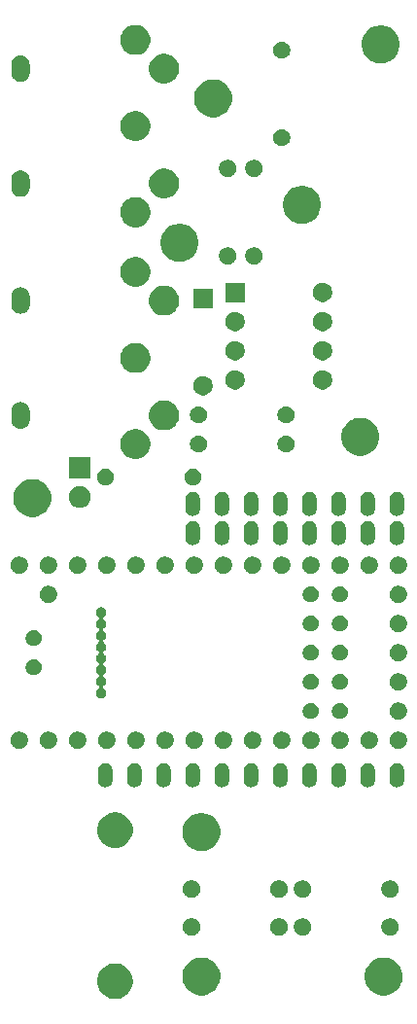
<source format=gbr>
G04 #@! TF.GenerationSoftware,KiCad,Pcbnew,5.1.5+dfsg1-2~bpo10+1*
G04 #@! TF.CreationDate,2020-04-18T13:19:32-07:00*
G04 #@! TF.ProjectId,rbdrums,72626472-756d-4732-9e6b-696361645f70,rev?*
G04 #@! TF.SameCoordinates,Original*
G04 #@! TF.FileFunction,Soldermask,Bot*
G04 #@! TF.FilePolarity,Negative*
%FSLAX46Y46*%
G04 Gerber Fmt 4.6, Leading zero omitted, Abs format (unit mm)*
G04 Created by KiCad (PCBNEW 5.1.5+dfsg1-2~bpo10+1) date 2020-04-18 13:19:32*
%MOMM*%
%LPD*%
G04 APERTURE LIST*
%ADD10C,0.100000*%
G04 APERTURE END LIST*
D10*
G36*
X130942585Y-108370802D02*
G01*
X131092410Y-108400604D01*
X131374674Y-108517521D01*
X131628705Y-108687259D01*
X131844741Y-108903295D01*
X132014479Y-109157326D01*
X132078294Y-109311391D01*
X132131396Y-109439591D01*
X132170586Y-109636609D01*
X132191000Y-109739240D01*
X132191000Y-110044760D01*
X132131396Y-110344410D01*
X132014479Y-110626674D01*
X131844741Y-110880705D01*
X131628705Y-111096741D01*
X131374674Y-111266479D01*
X131092410Y-111383396D01*
X130942585Y-111413198D01*
X130792761Y-111443000D01*
X130487239Y-111443000D01*
X130337415Y-111413198D01*
X130187590Y-111383396D01*
X129905326Y-111266479D01*
X129651295Y-111096741D01*
X129435259Y-110880705D01*
X129265521Y-110626674D01*
X129148604Y-110344410D01*
X129089000Y-110044760D01*
X129089000Y-109739240D01*
X129109415Y-109636609D01*
X129148604Y-109439591D01*
X129201706Y-109311391D01*
X129265521Y-109157326D01*
X129435259Y-108903295D01*
X129651295Y-108687259D01*
X129905326Y-108517521D01*
X130187590Y-108400604D01*
X130337415Y-108370802D01*
X130487239Y-108341000D01*
X130792761Y-108341000D01*
X130942585Y-108370802D01*
G37*
G36*
X154426256Y-107865298D02*
G01*
X154532579Y-107886447D01*
X154833042Y-108010903D01*
X155103451Y-108191585D01*
X155333415Y-108421549D01*
X155510957Y-108687259D01*
X155514098Y-108691960D01*
X155638553Y-108992422D01*
X155702000Y-109311389D01*
X155702000Y-109636611D01*
X155659702Y-109849256D01*
X155638553Y-109955579D01*
X155514097Y-110256042D01*
X155333415Y-110526451D01*
X155103451Y-110756415D01*
X154833042Y-110937097D01*
X154532579Y-111061553D01*
X154426256Y-111082702D01*
X154213611Y-111125000D01*
X153888389Y-111125000D01*
X153675744Y-111082702D01*
X153569421Y-111061553D01*
X153268958Y-110937097D01*
X152998549Y-110756415D01*
X152768585Y-110526451D01*
X152587903Y-110256042D01*
X152463447Y-109955579D01*
X152442298Y-109849256D01*
X152400000Y-109636611D01*
X152400000Y-109311389D01*
X152463447Y-108992422D01*
X152587902Y-108691960D01*
X152591043Y-108687259D01*
X152768585Y-108421549D01*
X152998549Y-108191585D01*
X153268958Y-108010903D01*
X153569421Y-107886447D01*
X153675744Y-107865298D01*
X153888389Y-107823000D01*
X154213611Y-107823000D01*
X154426256Y-107865298D01*
G37*
G36*
X138551256Y-107865298D02*
G01*
X138657579Y-107886447D01*
X138958042Y-108010903D01*
X139228451Y-108191585D01*
X139458415Y-108421549D01*
X139635957Y-108687259D01*
X139639098Y-108691960D01*
X139763553Y-108992422D01*
X139827000Y-109311389D01*
X139827000Y-109636611D01*
X139784702Y-109849256D01*
X139763553Y-109955579D01*
X139639097Y-110256042D01*
X139458415Y-110526451D01*
X139228451Y-110756415D01*
X138958042Y-110937097D01*
X138657579Y-111061553D01*
X138551256Y-111082702D01*
X138338611Y-111125000D01*
X138013389Y-111125000D01*
X137800744Y-111082702D01*
X137694421Y-111061553D01*
X137393958Y-110937097D01*
X137123549Y-110756415D01*
X136893585Y-110526451D01*
X136712903Y-110256042D01*
X136588447Y-109955579D01*
X136567298Y-109849256D01*
X136525000Y-109636611D01*
X136525000Y-109311389D01*
X136588447Y-108992422D01*
X136712902Y-108691960D01*
X136716043Y-108687259D01*
X136893585Y-108421549D01*
X137123549Y-108191585D01*
X137393958Y-108010903D01*
X137694421Y-107886447D01*
X137800744Y-107865298D01*
X138013389Y-107823000D01*
X138338611Y-107823000D01*
X138551256Y-107865298D01*
G37*
G36*
X154828859Y-104433860D02*
G01*
X154965532Y-104490472D01*
X155088535Y-104572660D01*
X155193140Y-104677265D01*
X155275328Y-104800268D01*
X155331940Y-104936941D01*
X155360800Y-105082033D01*
X155360800Y-105229967D01*
X155331940Y-105375059D01*
X155275328Y-105511732D01*
X155193140Y-105634735D01*
X155088535Y-105739340D01*
X154965532Y-105821528D01*
X154965531Y-105821529D01*
X154965530Y-105821529D01*
X154828859Y-105878140D01*
X154683768Y-105907000D01*
X154535832Y-105907000D01*
X154390741Y-105878140D01*
X154254070Y-105821529D01*
X154254069Y-105821529D01*
X154254068Y-105821528D01*
X154131065Y-105739340D01*
X154026460Y-105634735D01*
X153944272Y-105511732D01*
X153887660Y-105375059D01*
X153858800Y-105229967D01*
X153858800Y-105082033D01*
X153887660Y-104936941D01*
X153944272Y-104800268D01*
X154026460Y-104677265D01*
X154131065Y-104572660D01*
X154254068Y-104490472D01*
X154390741Y-104433860D01*
X154535832Y-104405000D01*
X154683768Y-104405000D01*
X154828859Y-104433860D01*
G37*
G36*
X145151459Y-104433860D02*
G01*
X145288132Y-104490472D01*
X145411135Y-104572660D01*
X145515740Y-104677265D01*
X145597928Y-104800268D01*
X145654540Y-104936941D01*
X145683400Y-105082033D01*
X145683400Y-105229967D01*
X145654540Y-105375059D01*
X145597928Y-105511732D01*
X145515740Y-105634735D01*
X145411135Y-105739340D01*
X145288132Y-105821528D01*
X145288131Y-105821529D01*
X145288130Y-105821529D01*
X145151459Y-105878140D01*
X145006368Y-105907000D01*
X144858432Y-105907000D01*
X144713341Y-105878140D01*
X144576670Y-105821529D01*
X144576669Y-105821529D01*
X144576668Y-105821528D01*
X144453665Y-105739340D01*
X144349060Y-105634735D01*
X144266872Y-105511732D01*
X144210260Y-105375059D01*
X144181400Y-105229967D01*
X144181400Y-105082033D01*
X144210260Y-104936941D01*
X144266872Y-104800268D01*
X144349060Y-104677265D01*
X144453665Y-104572660D01*
X144576668Y-104490472D01*
X144713341Y-104433860D01*
X144858432Y-104405000D01*
X145006368Y-104405000D01*
X145151459Y-104433860D01*
G37*
G36*
X137531459Y-104433860D02*
G01*
X137668132Y-104490472D01*
X137791135Y-104572660D01*
X137895740Y-104677265D01*
X137977928Y-104800268D01*
X138034540Y-104936941D01*
X138063400Y-105082033D01*
X138063400Y-105229967D01*
X138034540Y-105375059D01*
X137977928Y-105511732D01*
X137895740Y-105634735D01*
X137791135Y-105739340D01*
X137668132Y-105821528D01*
X137668131Y-105821529D01*
X137668130Y-105821529D01*
X137531459Y-105878140D01*
X137386368Y-105907000D01*
X137238432Y-105907000D01*
X137093341Y-105878140D01*
X136956670Y-105821529D01*
X136956669Y-105821529D01*
X136956668Y-105821528D01*
X136833665Y-105739340D01*
X136729060Y-105634735D01*
X136646872Y-105511732D01*
X136590260Y-105375059D01*
X136561400Y-105229967D01*
X136561400Y-105082033D01*
X136590260Y-104936941D01*
X136646872Y-104800268D01*
X136729060Y-104677265D01*
X136833665Y-104572660D01*
X136956668Y-104490472D01*
X137093341Y-104433860D01*
X137238432Y-104405000D01*
X137386368Y-104405000D01*
X137531459Y-104433860D01*
G37*
G36*
X147208859Y-104433860D02*
G01*
X147345532Y-104490472D01*
X147468535Y-104572660D01*
X147573140Y-104677265D01*
X147655328Y-104800268D01*
X147711940Y-104936941D01*
X147740800Y-105082033D01*
X147740800Y-105229967D01*
X147711940Y-105375059D01*
X147655328Y-105511732D01*
X147573140Y-105634735D01*
X147468535Y-105739340D01*
X147345532Y-105821528D01*
X147345531Y-105821529D01*
X147345530Y-105821529D01*
X147208859Y-105878140D01*
X147063768Y-105907000D01*
X146915832Y-105907000D01*
X146770741Y-105878140D01*
X146634070Y-105821529D01*
X146634069Y-105821529D01*
X146634068Y-105821528D01*
X146511065Y-105739340D01*
X146406460Y-105634735D01*
X146324272Y-105511732D01*
X146267660Y-105375059D01*
X146238800Y-105229967D01*
X146238800Y-105082033D01*
X146267660Y-104936941D01*
X146324272Y-104800268D01*
X146406460Y-104677265D01*
X146511065Y-104572660D01*
X146634068Y-104490472D01*
X146770741Y-104433860D01*
X146915832Y-104405000D01*
X147063768Y-104405000D01*
X147208859Y-104433860D01*
G37*
G36*
X154828859Y-101131860D02*
G01*
X154965532Y-101188472D01*
X155088535Y-101270660D01*
X155193140Y-101375265D01*
X155275328Y-101498268D01*
X155331940Y-101634941D01*
X155360800Y-101780033D01*
X155360800Y-101927967D01*
X155331940Y-102073059D01*
X155275328Y-102209732D01*
X155193140Y-102332735D01*
X155088535Y-102437340D01*
X154965532Y-102519528D01*
X154965531Y-102519529D01*
X154965530Y-102519529D01*
X154828859Y-102576140D01*
X154683768Y-102605000D01*
X154535832Y-102605000D01*
X154390741Y-102576140D01*
X154254070Y-102519529D01*
X154254069Y-102519529D01*
X154254068Y-102519528D01*
X154131065Y-102437340D01*
X154026460Y-102332735D01*
X153944272Y-102209732D01*
X153887660Y-102073059D01*
X153858800Y-101927967D01*
X153858800Y-101780033D01*
X153887660Y-101634941D01*
X153944272Y-101498268D01*
X154026460Y-101375265D01*
X154131065Y-101270660D01*
X154254068Y-101188472D01*
X154390741Y-101131860D01*
X154535832Y-101103000D01*
X154683768Y-101103000D01*
X154828859Y-101131860D01*
G37*
G36*
X145151459Y-101131860D02*
G01*
X145288132Y-101188472D01*
X145411135Y-101270660D01*
X145515740Y-101375265D01*
X145597928Y-101498268D01*
X145654540Y-101634941D01*
X145683400Y-101780033D01*
X145683400Y-101927967D01*
X145654540Y-102073059D01*
X145597928Y-102209732D01*
X145515740Y-102332735D01*
X145411135Y-102437340D01*
X145288132Y-102519528D01*
X145288131Y-102519529D01*
X145288130Y-102519529D01*
X145151459Y-102576140D01*
X145006368Y-102605000D01*
X144858432Y-102605000D01*
X144713341Y-102576140D01*
X144576670Y-102519529D01*
X144576669Y-102519529D01*
X144576668Y-102519528D01*
X144453665Y-102437340D01*
X144349060Y-102332735D01*
X144266872Y-102209732D01*
X144210260Y-102073059D01*
X144181400Y-101927967D01*
X144181400Y-101780033D01*
X144210260Y-101634941D01*
X144266872Y-101498268D01*
X144349060Y-101375265D01*
X144453665Y-101270660D01*
X144576668Y-101188472D01*
X144713341Y-101131860D01*
X144858432Y-101103000D01*
X145006368Y-101103000D01*
X145151459Y-101131860D01*
G37*
G36*
X147208859Y-101131860D02*
G01*
X147345532Y-101188472D01*
X147468535Y-101270660D01*
X147573140Y-101375265D01*
X147655328Y-101498268D01*
X147711940Y-101634941D01*
X147740800Y-101780033D01*
X147740800Y-101927967D01*
X147711940Y-102073059D01*
X147655328Y-102209732D01*
X147573140Y-102332735D01*
X147468535Y-102437340D01*
X147345532Y-102519528D01*
X147345531Y-102519529D01*
X147345530Y-102519529D01*
X147208859Y-102576140D01*
X147063768Y-102605000D01*
X146915832Y-102605000D01*
X146770741Y-102576140D01*
X146634070Y-102519529D01*
X146634069Y-102519529D01*
X146634068Y-102519528D01*
X146511065Y-102437340D01*
X146406460Y-102332735D01*
X146324272Y-102209732D01*
X146267660Y-102073059D01*
X146238800Y-101927967D01*
X146238800Y-101780033D01*
X146267660Y-101634941D01*
X146324272Y-101498268D01*
X146406460Y-101375265D01*
X146511065Y-101270660D01*
X146634068Y-101188472D01*
X146770741Y-101131860D01*
X146915832Y-101103000D01*
X147063768Y-101103000D01*
X147208859Y-101131860D01*
G37*
G36*
X137531459Y-101131860D02*
G01*
X137668132Y-101188472D01*
X137791135Y-101270660D01*
X137895740Y-101375265D01*
X137977928Y-101498268D01*
X138034540Y-101634941D01*
X138063400Y-101780033D01*
X138063400Y-101927967D01*
X138034540Y-102073059D01*
X137977928Y-102209732D01*
X137895740Y-102332735D01*
X137791135Y-102437340D01*
X137668132Y-102519528D01*
X137668131Y-102519529D01*
X137668130Y-102519529D01*
X137531459Y-102576140D01*
X137386368Y-102605000D01*
X137238432Y-102605000D01*
X137093341Y-102576140D01*
X136956670Y-102519529D01*
X136956669Y-102519529D01*
X136956668Y-102519528D01*
X136833665Y-102437340D01*
X136729060Y-102332735D01*
X136646872Y-102209732D01*
X136590260Y-102073059D01*
X136561400Y-101927967D01*
X136561400Y-101780033D01*
X136590260Y-101634941D01*
X136646872Y-101498268D01*
X136729060Y-101375265D01*
X136833665Y-101270660D01*
X136956668Y-101188472D01*
X137093341Y-101131860D01*
X137238432Y-101103000D01*
X137386368Y-101103000D01*
X137531459Y-101131860D01*
G37*
G36*
X138551256Y-95292298D02*
G01*
X138657579Y-95313447D01*
X138958042Y-95437903D01*
X139228451Y-95618585D01*
X139458415Y-95848549D01*
X139639097Y-96118958D01*
X139763553Y-96419421D01*
X139827000Y-96738391D01*
X139827000Y-97063609D01*
X139763553Y-97382579D01*
X139639097Y-97683042D01*
X139458415Y-97953451D01*
X139228451Y-98183415D01*
X138958042Y-98364097D01*
X138657579Y-98488553D01*
X138551256Y-98509702D01*
X138338611Y-98552000D01*
X138013389Y-98552000D01*
X137800744Y-98509702D01*
X137694421Y-98488553D01*
X137393958Y-98364097D01*
X137123549Y-98183415D01*
X136893585Y-97953451D01*
X136712903Y-97683042D01*
X136588447Y-97382579D01*
X136525000Y-97063609D01*
X136525000Y-96738391D01*
X136588447Y-96419421D01*
X136712903Y-96118958D01*
X136893585Y-95848549D01*
X137123549Y-95618585D01*
X137393958Y-95437903D01*
X137694421Y-95313447D01*
X137800744Y-95292298D01*
X138013389Y-95250000D01*
X138338611Y-95250000D01*
X138551256Y-95292298D01*
G37*
G36*
X130942585Y-95230802D02*
G01*
X131092410Y-95260604D01*
X131374674Y-95377521D01*
X131628705Y-95547259D01*
X131844741Y-95763295D01*
X132014479Y-96017326D01*
X132131396Y-96299590D01*
X132191000Y-96599240D01*
X132191000Y-96904760D01*
X132131396Y-97204410D01*
X132014479Y-97486674D01*
X131844741Y-97740705D01*
X131628705Y-97956741D01*
X131374674Y-98126479D01*
X131092410Y-98243396D01*
X130942585Y-98273198D01*
X130792761Y-98303000D01*
X130487239Y-98303000D01*
X130337415Y-98273198D01*
X130187590Y-98243396D01*
X129905326Y-98126479D01*
X129651295Y-97956741D01*
X129435259Y-97740705D01*
X129265521Y-97486674D01*
X129148604Y-97204410D01*
X129089000Y-96904760D01*
X129089000Y-96599240D01*
X129148604Y-96299590D01*
X129265521Y-96017326D01*
X129435259Y-95763295D01*
X129651295Y-95547259D01*
X129905326Y-95377521D01*
X130187590Y-95260604D01*
X130337415Y-95230802D01*
X130487239Y-95201000D01*
X130792761Y-95201000D01*
X130942585Y-95230802D01*
G37*
G36*
X152781617Y-90906420D02*
G01*
X152872403Y-90933960D01*
X152904335Y-90943646D01*
X153017424Y-91004094D01*
X153116554Y-91085447D01*
X153197906Y-91184575D01*
X153258354Y-91297664D01*
X153268040Y-91329596D01*
X153295580Y-91420382D01*
X153305000Y-91516027D01*
X153305000Y-92379973D01*
X153295580Y-92475618D01*
X153268040Y-92566404D01*
X153258354Y-92598336D01*
X153197906Y-92711425D01*
X153116554Y-92810554D01*
X153017425Y-92891906D01*
X152904336Y-92952354D01*
X152872404Y-92962040D01*
X152781618Y-92989580D01*
X152654000Y-93002149D01*
X152526383Y-92989580D01*
X152435597Y-92962040D01*
X152403665Y-92952354D01*
X152290576Y-92891906D01*
X152191447Y-92810554D01*
X152110095Y-92711425D01*
X152049647Y-92598336D01*
X152045282Y-92583946D01*
X152012420Y-92475618D01*
X152003000Y-92379973D01*
X152003000Y-91516028D01*
X152012420Y-91420383D01*
X152049645Y-91297669D01*
X152049646Y-91297665D01*
X152110094Y-91184576D01*
X152191447Y-91085446D01*
X152290575Y-91004094D01*
X152403664Y-90943646D01*
X152435596Y-90933960D01*
X152526382Y-90906420D01*
X152654000Y-90893851D01*
X152781617Y-90906420D01*
G37*
G36*
X132461617Y-90906420D02*
G01*
X132552403Y-90933960D01*
X132584335Y-90943646D01*
X132697424Y-91004094D01*
X132796554Y-91085447D01*
X132877906Y-91184575D01*
X132938354Y-91297664D01*
X132948040Y-91329596D01*
X132975580Y-91420382D01*
X132985000Y-91516027D01*
X132985000Y-92379973D01*
X132975580Y-92475618D01*
X132948040Y-92566404D01*
X132938354Y-92598336D01*
X132877906Y-92711425D01*
X132796554Y-92810554D01*
X132697425Y-92891906D01*
X132584336Y-92952354D01*
X132552404Y-92962040D01*
X132461618Y-92989580D01*
X132334000Y-93002149D01*
X132206383Y-92989580D01*
X132115597Y-92962040D01*
X132083665Y-92952354D01*
X131970576Y-92891906D01*
X131871447Y-92810554D01*
X131790095Y-92711425D01*
X131729647Y-92598336D01*
X131725282Y-92583946D01*
X131692420Y-92475618D01*
X131683000Y-92379973D01*
X131683000Y-91516028D01*
X131692420Y-91420383D01*
X131729645Y-91297669D01*
X131729646Y-91297665D01*
X131790094Y-91184576D01*
X131871447Y-91085446D01*
X131970575Y-91004094D01*
X132083664Y-90943646D01*
X132115596Y-90933960D01*
X132206382Y-90906420D01*
X132334000Y-90893851D01*
X132461617Y-90906420D01*
G37*
G36*
X135001617Y-90906420D02*
G01*
X135092403Y-90933960D01*
X135124335Y-90943646D01*
X135237424Y-91004094D01*
X135336554Y-91085447D01*
X135417906Y-91184575D01*
X135478354Y-91297664D01*
X135488040Y-91329596D01*
X135515580Y-91420382D01*
X135525000Y-91516027D01*
X135525000Y-92379973D01*
X135515580Y-92475618D01*
X135488040Y-92566404D01*
X135478354Y-92598336D01*
X135417906Y-92711425D01*
X135336554Y-92810554D01*
X135237425Y-92891906D01*
X135124336Y-92952354D01*
X135092404Y-92962040D01*
X135001618Y-92989580D01*
X134874000Y-93002149D01*
X134746383Y-92989580D01*
X134655597Y-92962040D01*
X134623665Y-92952354D01*
X134510576Y-92891906D01*
X134411447Y-92810554D01*
X134330095Y-92711425D01*
X134269647Y-92598336D01*
X134265282Y-92583946D01*
X134232420Y-92475618D01*
X134223000Y-92379973D01*
X134223000Y-91516028D01*
X134232420Y-91420383D01*
X134269645Y-91297669D01*
X134269646Y-91297665D01*
X134330094Y-91184576D01*
X134411447Y-91085446D01*
X134510575Y-91004094D01*
X134623664Y-90943646D01*
X134655596Y-90933960D01*
X134746382Y-90906420D01*
X134874000Y-90893851D01*
X135001617Y-90906420D01*
G37*
G36*
X137541617Y-90906420D02*
G01*
X137632403Y-90933960D01*
X137664335Y-90943646D01*
X137777424Y-91004094D01*
X137876554Y-91085447D01*
X137957906Y-91184575D01*
X138018354Y-91297664D01*
X138028040Y-91329596D01*
X138055580Y-91420382D01*
X138065000Y-91516027D01*
X138065000Y-92379973D01*
X138055580Y-92475618D01*
X138028040Y-92566404D01*
X138018354Y-92598336D01*
X137957906Y-92711425D01*
X137876554Y-92810554D01*
X137777425Y-92891906D01*
X137664336Y-92952354D01*
X137632404Y-92962040D01*
X137541618Y-92989580D01*
X137414000Y-93002149D01*
X137286383Y-92989580D01*
X137195597Y-92962040D01*
X137163665Y-92952354D01*
X137050576Y-92891906D01*
X136951447Y-92810554D01*
X136870095Y-92711425D01*
X136809647Y-92598336D01*
X136805282Y-92583946D01*
X136772420Y-92475618D01*
X136763000Y-92379973D01*
X136763000Y-91516028D01*
X136772420Y-91420383D01*
X136809645Y-91297669D01*
X136809646Y-91297665D01*
X136870094Y-91184576D01*
X136951447Y-91085446D01*
X137050575Y-91004094D01*
X137163664Y-90943646D01*
X137195596Y-90933960D01*
X137286382Y-90906420D01*
X137414000Y-90893851D01*
X137541617Y-90906420D01*
G37*
G36*
X140081617Y-90906420D02*
G01*
X140172403Y-90933960D01*
X140204335Y-90943646D01*
X140317424Y-91004094D01*
X140416554Y-91085447D01*
X140497906Y-91184575D01*
X140558354Y-91297664D01*
X140568040Y-91329596D01*
X140595580Y-91420382D01*
X140605000Y-91516027D01*
X140605000Y-92379973D01*
X140595580Y-92475618D01*
X140568040Y-92566404D01*
X140558354Y-92598336D01*
X140497906Y-92711425D01*
X140416554Y-92810554D01*
X140317425Y-92891906D01*
X140204336Y-92952354D01*
X140172404Y-92962040D01*
X140081618Y-92989580D01*
X139954000Y-93002149D01*
X139826383Y-92989580D01*
X139735597Y-92962040D01*
X139703665Y-92952354D01*
X139590576Y-92891906D01*
X139491447Y-92810554D01*
X139410095Y-92711425D01*
X139349647Y-92598336D01*
X139345282Y-92583946D01*
X139312420Y-92475618D01*
X139303000Y-92379973D01*
X139303000Y-91516028D01*
X139312420Y-91420383D01*
X139349645Y-91297669D01*
X139349646Y-91297665D01*
X139410094Y-91184576D01*
X139491447Y-91085446D01*
X139590575Y-91004094D01*
X139703664Y-90943646D01*
X139735596Y-90933960D01*
X139826382Y-90906420D01*
X139954000Y-90893851D01*
X140081617Y-90906420D01*
G37*
G36*
X142621617Y-90906420D02*
G01*
X142712403Y-90933960D01*
X142744335Y-90943646D01*
X142857424Y-91004094D01*
X142956554Y-91085447D01*
X143037906Y-91184575D01*
X143098354Y-91297664D01*
X143108040Y-91329596D01*
X143135580Y-91420382D01*
X143145000Y-91516027D01*
X143145000Y-92379973D01*
X143135580Y-92475618D01*
X143108040Y-92566404D01*
X143098354Y-92598336D01*
X143037906Y-92711425D01*
X142956554Y-92810554D01*
X142857425Y-92891906D01*
X142744336Y-92952354D01*
X142712404Y-92962040D01*
X142621618Y-92989580D01*
X142494000Y-93002149D01*
X142366383Y-92989580D01*
X142275597Y-92962040D01*
X142243665Y-92952354D01*
X142130576Y-92891906D01*
X142031447Y-92810554D01*
X141950095Y-92711425D01*
X141889647Y-92598336D01*
X141885282Y-92583946D01*
X141852420Y-92475618D01*
X141843000Y-92379973D01*
X141843000Y-91516028D01*
X141852420Y-91420383D01*
X141889645Y-91297669D01*
X141889646Y-91297665D01*
X141950094Y-91184576D01*
X142031447Y-91085446D01*
X142130575Y-91004094D01*
X142243664Y-90943646D01*
X142275596Y-90933960D01*
X142366382Y-90906420D01*
X142494000Y-90893851D01*
X142621617Y-90906420D01*
G37*
G36*
X145161617Y-90906420D02*
G01*
X145252403Y-90933960D01*
X145284335Y-90943646D01*
X145397424Y-91004094D01*
X145496554Y-91085447D01*
X145577906Y-91184575D01*
X145638354Y-91297664D01*
X145648040Y-91329596D01*
X145675580Y-91420382D01*
X145685000Y-91516027D01*
X145685000Y-92379973D01*
X145675580Y-92475618D01*
X145648040Y-92566404D01*
X145638354Y-92598336D01*
X145577906Y-92711425D01*
X145496554Y-92810554D01*
X145397425Y-92891906D01*
X145284336Y-92952354D01*
X145252404Y-92962040D01*
X145161618Y-92989580D01*
X145034000Y-93002149D01*
X144906383Y-92989580D01*
X144815597Y-92962040D01*
X144783665Y-92952354D01*
X144670576Y-92891906D01*
X144571447Y-92810554D01*
X144490095Y-92711425D01*
X144429647Y-92598336D01*
X144425282Y-92583946D01*
X144392420Y-92475618D01*
X144383000Y-92379973D01*
X144383000Y-91516028D01*
X144392420Y-91420383D01*
X144429645Y-91297669D01*
X144429646Y-91297665D01*
X144490094Y-91184576D01*
X144571447Y-91085446D01*
X144670575Y-91004094D01*
X144783664Y-90943646D01*
X144815596Y-90933960D01*
X144906382Y-90906420D01*
X145034000Y-90893851D01*
X145161617Y-90906420D01*
G37*
G36*
X147701617Y-90906420D02*
G01*
X147792403Y-90933960D01*
X147824335Y-90943646D01*
X147937424Y-91004094D01*
X148036554Y-91085447D01*
X148117906Y-91184575D01*
X148178354Y-91297664D01*
X148188040Y-91329596D01*
X148215580Y-91420382D01*
X148225000Y-91516027D01*
X148225000Y-92379973D01*
X148215580Y-92475618D01*
X148188040Y-92566404D01*
X148178354Y-92598336D01*
X148117906Y-92711425D01*
X148036554Y-92810554D01*
X147937425Y-92891906D01*
X147824336Y-92952354D01*
X147792404Y-92962040D01*
X147701618Y-92989580D01*
X147574000Y-93002149D01*
X147446383Y-92989580D01*
X147355597Y-92962040D01*
X147323665Y-92952354D01*
X147210576Y-92891906D01*
X147111447Y-92810554D01*
X147030095Y-92711425D01*
X146969647Y-92598336D01*
X146965282Y-92583946D01*
X146932420Y-92475618D01*
X146923000Y-92379973D01*
X146923000Y-91516028D01*
X146932420Y-91420383D01*
X146969645Y-91297669D01*
X146969646Y-91297665D01*
X147030094Y-91184576D01*
X147111447Y-91085446D01*
X147210575Y-91004094D01*
X147323664Y-90943646D01*
X147355596Y-90933960D01*
X147446382Y-90906420D01*
X147574000Y-90893851D01*
X147701617Y-90906420D01*
G37*
G36*
X150241617Y-90906420D02*
G01*
X150332403Y-90933960D01*
X150364335Y-90943646D01*
X150477424Y-91004094D01*
X150576554Y-91085447D01*
X150657906Y-91184575D01*
X150718354Y-91297664D01*
X150728040Y-91329596D01*
X150755580Y-91420382D01*
X150765000Y-91516027D01*
X150765000Y-92379973D01*
X150755580Y-92475618D01*
X150728040Y-92566404D01*
X150718354Y-92598336D01*
X150657906Y-92711425D01*
X150576554Y-92810554D01*
X150477425Y-92891906D01*
X150364336Y-92952354D01*
X150332404Y-92962040D01*
X150241618Y-92989580D01*
X150114000Y-93002149D01*
X149986383Y-92989580D01*
X149895597Y-92962040D01*
X149863665Y-92952354D01*
X149750576Y-92891906D01*
X149651447Y-92810554D01*
X149570095Y-92711425D01*
X149509647Y-92598336D01*
X149505282Y-92583946D01*
X149472420Y-92475618D01*
X149463000Y-92379973D01*
X149463000Y-91516028D01*
X149472420Y-91420383D01*
X149509645Y-91297669D01*
X149509646Y-91297665D01*
X149570094Y-91184576D01*
X149651447Y-91085446D01*
X149750575Y-91004094D01*
X149863664Y-90943646D01*
X149895596Y-90933960D01*
X149986382Y-90906420D01*
X150114000Y-90893851D01*
X150241617Y-90906420D01*
G37*
G36*
X155321617Y-90906420D02*
G01*
X155412403Y-90933960D01*
X155444335Y-90943646D01*
X155557424Y-91004094D01*
X155656554Y-91085447D01*
X155737906Y-91184575D01*
X155798354Y-91297664D01*
X155808040Y-91329596D01*
X155835580Y-91420382D01*
X155845000Y-91516027D01*
X155845000Y-92379973D01*
X155835580Y-92475618D01*
X155808040Y-92566404D01*
X155798354Y-92598336D01*
X155737906Y-92711425D01*
X155656554Y-92810554D01*
X155557425Y-92891906D01*
X155444336Y-92952354D01*
X155412404Y-92962040D01*
X155321618Y-92989580D01*
X155194000Y-93002149D01*
X155066383Y-92989580D01*
X154975597Y-92962040D01*
X154943665Y-92952354D01*
X154830576Y-92891906D01*
X154731447Y-92810554D01*
X154650095Y-92711425D01*
X154589647Y-92598336D01*
X154585282Y-92583946D01*
X154552420Y-92475618D01*
X154543000Y-92379973D01*
X154543000Y-91516028D01*
X154552420Y-91420383D01*
X154589645Y-91297669D01*
X154589646Y-91297665D01*
X154650094Y-91184576D01*
X154731447Y-91085446D01*
X154830575Y-91004094D01*
X154943664Y-90943646D01*
X154975596Y-90933960D01*
X155066382Y-90906420D01*
X155194000Y-90893851D01*
X155321617Y-90906420D01*
G37*
G36*
X129921617Y-90906420D02*
G01*
X130012403Y-90933960D01*
X130044335Y-90943646D01*
X130157424Y-91004094D01*
X130256554Y-91085447D01*
X130337906Y-91184575D01*
X130398354Y-91297664D01*
X130408040Y-91329596D01*
X130435580Y-91420382D01*
X130445000Y-91516027D01*
X130445000Y-92379973D01*
X130435580Y-92475618D01*
X130408040Y-92566404D01*
X130398354Y-92598336D01*
X130337906Y-92711425D01*
X130256554Y-92810554D01*
X130157425Y-92891906D01*
X130044336Y-92952354D01*
X130012404Y-92962040D01*
X129921618Y-92989580D01*
X129794000Y-93002149D01*
X129666383Y-92989580D01*
X129575597Y-92962040D01*
X129543665Y-92952354D01*
X129430576Y-92891906D01*
X129331447Y-92810554D01*
X129250095Y-92711425D01*
X129189647Y-92598336D01*
X129185282Y-92583946D01*
X129152420Y-92475618D01*
X129143000Y-92379973D01*
X129143000Y-91516028D01*
X129152420Y-91420383D01*
X129189645Y-91297669D01*
X129189646Y-91297665D01*
X129250094Y-91184576D01*
X129331447Y-91085446D01*
X129430575Y-91004094D01*
X129543664Y-90943646D01*
X129575596Y-90933960D01*
X129666382Y-90906420D01*
X129794000Y-90893851D01*
X129921617Y-90906420D01*
G37*
G36*
X137760639Y-88175937D02*
G01*
X137760641Y-88175938D01*
X137760642Y-88175938D01*
X137897679Y-88232700D01*
X137897682Y-88232702D01*
X138021007Y-88315105D01*
X138125895Y-88419993D01*
X138208298Y-88543318D01*
X138208300Y-88543321D01*
X138265062Y-88680358D01*
X138294000Y-88825836D01*
X138294000Y-88974164D01*
X138265062Y-89119642D01*
X138208300Y-89256679D01*
X138208298Y-89256682D01*
X138125895Y-89380007D01*
X138021007Y-89484895D01*
X137897682Y-89567298D01*
X137897679Y-89567300D01*
X137760642Y-89624062D01*
X137760641Y-89624062D01*
X137760639Y-89624063D01*
X137615165Y-89653000D01*
X137466835Y-89653000D01*
X137321361Y-89624063D01*
X137321359Y-89624062D01*
X137321358Y-89624062D01*
X137184321Y-89567300D01*
X137184318Y-89567298D01*
X137060993Y-89484895D01*
X136956105Y-89380007D01*
X136873702Y-89256682D01*
X136873700Y-89256679D01*
X136816938Y-89119642D01*
X136788000Y-88974164D01*
X136788000Y-88825836D01*
X136816938Y-88680358D01*
X136873700Y-88543321D01*
X136873702Y-88543318D01*
X136956105Y-88419993D01*
X137060993Y-88315105D01*
X137184318Y-88232702D01*
X137184321Y-88232700D01*
X137321358Y-88175938D01*
X137321359Y-88175938D01*
X137321361Y-88175937D01*
X137466835Y-88147000D01*
X137615165Y-88147000D01*
X137760639Y-88175937D01*
G37*
G36*
X140300639Y-88175937D02*
G01*
X140300641Y-88175938D01*
X140300642Y-88175938D01*
X140437679Y-88232700D01*
X140437682Y-88232702D01*
X140561007Y-88315105D01*
X140665895Y-88419993D01*
X140748298Y-88543318D01*
X140748300Y-88543321D01*
X140805062Y-88680358D01*
X140834000Y-88825836D01*
X140834000Y-88974164D01*
X140805062Y-89119642D01*
X140748300Y-89256679D01*
X140748298Y-89256682D01*
X140665895Y-89380007D01*
X140561007Y-89484895D01*
X140437682Y-89567298D01*
X140437679Y-89567300D01*
X140300642Y-89624062D01*
X140300641Y-89624062D01*
X140300639Y-89624063D01*
X140155165Y-89653000D01*
X140006835Y-89653000D01*
X139861361Y-89624063D01*
X139861359Y-89624062D01*
X139861358Y-89624062D01*
X139724321Y-89567300D01*
X139724318Y-89567298D01*
X139600993Y-89484895D01*
X139496105Y-89380007D01*
X139413702Y-89256682D01*
X139413700Y-89256679D01*
X139356938Y-89119642D01*
X139328000Y-88974164D01*
X139328000Y-88825836D01*
X139356938Y-88680358D01*
X139413700Y-88543321D01*
X139413702Y-88543318D01*
X139496105Y-88419993D01*
X139600993Y-88315105D01*
X139724318Y-88232702D01*
X139724321Y-88232700D01*
X139861358Y-88175938D01*
X139861359Y-88175938D01*
X139861361Y-88175937D01*
X140006835Y-88147000D01*
X140155165Y-88147000D01*
X140300639Y-88175937D01*
G37*
G36*
X132680639Y-88175937D02*
G01*
X132680641Y-88175938D01*
X132680642Y-88175938D01*
X132817679Y-88232700D01*
X132817682Y-88232702D01*
X132941007Y-88315105D01*
X133045895Y-88419993D01*
X133128298Y-88543318D01*
X133128300Y-88543321D01*
X133185062Y-88680358D01*
X133214000Y-88825836D01*
X133214000Y-88974164D01*
X133185062Y-89119642D01*
X133128300Y-89256679D01*
X133128298Y-89256682D01*
X133045895Y-89380007D01*
X132941007Y-89484895D01*
X132817682Y-89567298D01*
X132817679Y-89567300D01*
X132680642Y-89624062D01*
X132680641Y-89624062D01*
X132680639Y-89624063D01*
X132535165Y-89653000D01*
X132386835Y-89653000D01*
X132241361Y-89624063D01*
X132241359Y-89624062D01*
X132241358Y-89624062D01*
X132104321Y-89567300D01*
X132104318Y-89567298D01*
X131980993Y-89484895D01*
X131876105Y-89380007D01*
X131793702Y-89256682D01*
X131793700Y-89256679D01*
X131736938Y-89119642D01*
X131708000Y-88974164D01*
X131708000Y-88825836D01*
X131736938Y-88680358D01*
X131793700Y-88543321D01*
X131793702Y-88543318D01*
X131876105Y-88419993D01*
X131980993Y-88315105D01*
X132104318Y-88232702D01*
X132104321Y-88232700D01*
X132241358Y-88175938D01*
X132241359Y-88175938D01*
X132241361Y-88175937D01*
X132386835Y-88147000D01*
X132535165Y-88147000D01*
X132680639Y-88175937D01*
G37*
G36*
X130140639Y-88175937D02*
G01*
X130140641Y-88175938D01*
X130140642Y-88175938D01*
X130277679Y-88232700D01*
X130277682Y-88232702D01*
X130401007Y-88315105D01*
X130505895Y-88419993D01*
X130588298Y-88543318D01*
X130588300Y-88543321D01*
X130645062Y-88680358D01*
X130674000Y-88825836D01*
X130674000Y-88974164D01*
X130645062Y-89119642D01*
X130588300Y-89256679D01*
X130588298Y-89256682D01*
X130505895Y-89380007D01*
X130401007Y-89484895D01*
X130277682Y-89567298D01*
X130277679Y-89567300D01*
X130140642Y-89624062D01*
X130140641Y-89624062D01*
X130140639Y-89624063D01*
X129995165Y-89653000D01*
X129846835Y-89653000D01*
X129701361Y-89624063D01*
X129701359Y-89624062D01*
X129701358Y-89624062D01*
X129564321Y-89567300D01*
X129564318Y-89567298D01*
X129440993Y-89484895D01*
X129336105Y-89380007D01*
X129253702Y-89256682D01*
X129253700Y-89256679D01*
X129196938Y-89119642D01*
X129168000Y-88974164D01*
X129168000Y-88825836D01*
X129196938Y-88680358D01*
X129253700Y-88543321D01*
X129253702Y-88543318D01*
X129336105Y-88419993D01*
X129440993Y-88315105D01*
X129564318Y-88232702D01*
X129564321Y-88232700D01*
X129701358Y-88175938D01*
X129701359Y-88175938D01*
X129701361Y-88175937D01*
X129846835Y-88147000D01*
X129995165Y-88147000D01*
X130140639Y-88175937D01*
G37*
G36*
X127600639Y-88175937D02*
G01*
X127600641Y-88175938D01*
X127600642Y-88175938D01*
X127737679Y-88232700D01*
X127737682Y-88232702D01*
X127861007Y-88315105D01*
X127965895Y-88419993D01*
X128048298Y-88543318D01*
X128048300Y-88543321D01*
X128105062Y-88680358D01*
X128134000Y-88825836D01*
X128134000Y-88974164D01*
X128105062Y-89119642D01*
X128048300Y-89256679D01*
X128048298Y-89256682D01*
X127965895Y-89380007D01*
X127861007Y-89484895D01*
X127737682Y-89567298D01*
X127737679Y-89567300D01*
X127600642Y-89624062D01*
X127600641Y-89624062D01*
X127600639Y-89624063D01*
X127455165Y-89653000D01*
X127306835Y-89653000D01*
X127161361Y-89624063D01*
X127161359Y-89624062D01*
X127161358Y-89624062D01*
X127024321Y-89567300D01*
X127024318Y-89567298D01*
X126900993Y-89484895D01*
X126796105Y-89380007D01*
X126713702Y-89256682D01*
X126713700Y-89256679D01*
X126656938Y-89119642D01*
X126628000Y-88974164D01*
X126628000Y-88825836D01*
X126656938Y-88680358D01*
X126713700Y-88543321D01*
X126713702Y-88543318D01*
X126796105Y-88419993D01*
X126900993Y-88315105D01*
X127024318Y-88232702D01*
X127024321Y-88232700D01*
X127161358Y-88175938D01*
X127161359Y-88175938D01*
X127161361Y-88175937D01*
X127306835Y-88147000D01*
X127455165Y-88147000D01*
X127600639Y-88175937D01*
G37*
G36*
X153000639Y-88175937D02*
G01*
X153000641Y-88175938D01*
X153000642Y-88175938D01*
X153137679Y-88232700D01*
X153137682Y-88232702D01*
X153261007Y-88315105D01*
X153365895Y-88419993D01*
X153448298Y-88543318D01*
X153448300Y-88543321D01*
X153505062Y-88680358D01*
X153534000Y-88825836D01*
X153534000Y-88974164D01*
X153505062Y-89119642D01*
X153448300Y-89256679D01*
X153448298Y-89256682D01*
X153365895Y-89380007D01*
X153261007Y-89484895D01*
X153137682Y-89567298D01*
X153137679Y-89567300D01*
X153000642Y-89624062D01*
X153000641Y-89624062D01*
X153000639Y-89624063D01*
X152855165Y-89653000D01*
X152706835Y-89653000D01*
X152561361Y-89624063D01*
X152561359Y-89624062D01*
X152561358Y-89624062D01*
X152424321Y-89567300D01*
X152424318Y-89567298D01*
X152300993Y-89484895D01*
X152196105Y-89380007D01*
X152113702Y-89256682D01*
X152113700Y-89256679D01*
X152056938Y-89119642D01*
X152028000Y-88974164D01*
X152028000Y-88825836D01*
X152056938Y-88680358D01*
X152113700Y-88543321D01*
X152113702Y-88543318D01*
X152196105Y-88419993D01*
X152300993Y-88315105D01*
X152424318Y-88232702D01*
X152424321Y-88232700D01*
X152561358Y-88175938D01*
X152561359Y-88175938D01*
X152561361Y-88175937D01*
X152706835Y-88147000D01*
X152855165Y-88147000D01*
X153000639Y-88175937D01*
G37*
G36*
X142840639Y-88175937D02*
G01*
X142840641Y-88175938D01*
X142840642Y-88175938D01*
X142977679Y-88232700D01*
X142977682Y-88232702D01*
X143101007Y-88315105D01*
X143205895Y-88419993D01*
X143288298Y-88543318D01*
X143288300Y-88543321D01*
X143345062Y-88680358D01*
X143374000Y-88825836D01*
X143374000Y-88974164D01*
X143345062Y-89119642D01*
X143288300Y-89256679D01*
X143288298Y-89256682D01*
X143205895Y-89380007D01*
X143101007Y-89484895D01*
X142977682Y-89567298D01*
X142977679Y-89567300D01*
X142840642Y-89624062D01*
X142840641Y-89624062D01*
X142840639Y-89624063D01*
X142695165Y-89653000D01*
X142546835Y-89653000D01*
X142401361Y-89624063D01*
X142401359Y-89624062D01*
X142401358Y-89624062D01*
X142264321Y-89567300D01*
X142264318Y-89567298D01*
X142140993Y-89484895D01*
X142036105Y-89380007D01*
X141953702Y-89256682D01*
X141953700Y-89256679D01*
X141896938Y-89119642D01*
X141868000Y-88974164D01*
X141868000Y-88825836D01*
X141896938Y-88680358D01*
X141953700Y-88543321D01*
X141953702Y-88543318D01*
X142036105Y-88419993D01*
X142140993Y-88315105D01*
X142264318Y-88232702D01*
X142264321Y-88232700D01*
X142401358Y-88175938D01*
X142401359Y-88175938D01*
X142401361Y-88175937D01*
X142546835Y-88147000D01*
X142695165Y-88147000D01*
X142840639Y-88175937D01*
G37*
G36*
X145380639Y-88175937D02*
G01*
X145380641Y-88175938D01*
X145380642Y-88175938D01*
X145517679Y-88232700D01*
X145517682Y-88232702D01*
X145641007Y-88315105D01*
X145745895Y-88419993D01*
X145828298Y-88543318D01*
X145828300Y-88543321D01*
X145885062Y-88680358D01*
X145914000Y-88825836D01*
X145914000Y-88974164D01*
X145885062Y-89119642D01*
X145828300Y-89256679D01*
X145828298Y-89256682D01*
X145745895Y-89380007D01*
X145641007Y-89484895D01*
X145517682Y-89567298D01*
X145517679Y-89567300D01*
X145380642Y-89624062D01*
X145380641Y-89624062D01*
X145380639Y-89624063D01*
X145235165Y-89653000D01*
X145086835Y-89653000D01*
X144941361Y-89624063D01*
X144941359Y-89624062D01*
X144941358Y-89624062D01*
X144804321Y-89567300D01*
X144804318Y-89567298D01*
X144680993Y-89484895D01*
X144576105Y-89380007D01*
X144493702Y-89256682D01*
X144493700Y-89256679D01*
X144436938Y-89119642D01*
X144408000Y-88974164D01*
X144408000Y-88825836D01*
X144436938Y-88680358D01*
X144493700Y-88543321D01*
X144493702Y-88543318D01*
X144576105Y-88419993D01*
X144680993Y-88315105D01*
X144804318Y-88232702D01*
X144804321Y-88232700D01*
X144941358Y-88175938D01*
X144941359Y-88175938D01*
X144941361Y-88175937D01*
X145086835Y-88147000D01*
X145235165Y-88147000D01*
X145380639Y-88175937D01*
G37*
G36*
X147920639Y-88175937D02*
G01*
X147920641Y-88175938D01*
X147920642Y-88175938D01*
X148057679Y-88232700D01*
X148057682Y-88232702D01*
X148181007Y-88315105D01*
X148285895Y-88419993D01*
X148368298Y-88543318D01*
X148368300Y-88543321D01*
X148425062Y-88680358D01*
X148454000Y-88825836D01*
X148454000Y-88974164D01*
X148425062Y-89119642D01*
X148368300Y-89256679D01*
X148368298Y-89256682D01*
X148285895Y-89380007D01*
X148181007Y-89484895D01*
X148057682Y-89567298D01*
X148057679Y-89567300D01*
X147920642Y-89624062D01*
X147920641Y-89624062D01*
X147920639Y-89624063D01*
X147775165Y-89653000D01*
X147626835Y-89653000D01*
X147481361Y-89624063D01*
X147481359Y-89624062D01*
X147481358Y-89624062D01*
X147344321Y-89567300D01*
X147344318Y-89567298D01*
X147220993Y-89484895D01*
X147116105Y-89380007D01*
X147033702Y-89256682D01*
X147033700Y-89256679D01*
X146976938Y-89119642D01*
X146948000Y-88974164D01*
X146948000Y-88825836D01*
X146976938Y-88680358D01*
X147033700Y-88543321D01*
X147033702Y-88543318D01*
X147116105Y-88419993D01*
X147220993Y-88315105D01*
X147344318Y-88232702D01*
X147344321Y-88232700D01*
X147481358Y-88175938D01*
X147481359Y-88175938D01*
X147481361Y-88175937D01*
X147626835Y-88147000D01*
X147775165Y-88147000D01*
X147920639Y-88175937D01*
G37*
G36*
X150460639Y-88175937D02*
G01*
X150460641Y-88175938D01*
X150460642Y-88175938D01*
X150597679Y-88232700D01*
X150597682Y-88232702D01*
X150721007Y-88315105D01*
X150825895Y-88419993D01*
X150908298Y-88543318D01*
X150908300Y-88543321D01*
X150965062Y-88680358D01*
X150994000Y-88825836D01*
X150994000Y-88974164D01*
X150965062Y-89119642D01*
X150908300Y-89256679D01*
X150908298Y-89256682D01*
X150825895Y-89380007D01*
X150721007Y-89484895D01*
X150597682Y-89567298D01*
X150597679Y-89567300D01*
X150460642Y-89624062D01*
X150460641Y-89624062D01*
X150460639Y-89624063D01*
X150315165Y-89653000D01*
X150166835Y-89653000D01*
X150021361Y-89624063D01*
X150021359Y-89624062D01*
X150021358Y-89624062D01*
X149884321Y-89567300D01*
X149884318Y-89567298D01*
X149760993Y-89484895D01*
X149656105Y-89380007D01*
X149573702Y-89256682D01*
X149573700Y-89256679D01*
X149516938Y-89119642D01*
X149488000Y-88974164D01*
X149488000Y-88825836D01*
X149516938Y-88680358D01*
X149573700Y-88543321D01*
X149573702Y-88543318D01*
X149656105Y-88419993D01*
X149760993Y-88315105D01*
X149884318Y-88232702D01*
X149884321Y-88232700D01*
X150021358Y-88175938D01*
X150021359Y-88175938D01*
X150021361Y-88175937D01*
X150166835Y-88147000D01*
X150315165Y-88147000D01*
X150460639Y-88175937D01*
G37*
G36*
X155540639Y-88175937D02*
G01*
X155540641Y-88175938D01*
X155540642Y-88175938D01*
X155677679Y-88232700D01*
X155677682Y-88232702D01*
X155801007Y-88315105D01*
X155905895Y-88419993D01*
X155988298Y-88543318D01*
X155988300Y-88543321D01*
X156045062Y-88680358D01*
X156074000Y-88825836D01*
X156074000Y-88974164D01*
X156045062Y-89119642D01*
X155988300Y-89256679D01*
X155988298Y-89256682D01*
X155905895Y-89380007D01*
X155801007Y-89484895D01*
X155677682Y-89567298D01*
X155677679Y-89567300D01*
X155540642Y-89624062D01*
X155540641Y-89624062D01*
X155540639Y-89624063D01*
X155395165Y-89653000D01*
X155246835Y-89653000D01*
X155101361Y-89624063D01*
X155101359Y-89624062D01*
X155101358Y-89624062D01*
X154964321Y-89567300D01*
X154964318Y-89567298D01*
X154840993Y-89484895D01*
X154736105Y-89380007D01*
X154653702Y-89256682D01*
X154653700Y-89256679D01*
X154596938Y-89119642D01*
X154568000Y-88974164D01*
X154568000Y-88825836D01*
X154596938Y-88680358D01*
X154653700Y-88543321D01*
X154653702Y-88543318D01*
X154736105Y-88419993D01*
X154840993Y-88315105D01*
X154964318Y-88232702D01*
X154964321Y-88232700D01*
X155101358Y-88175938D01*
X155101359Y-88175938D01*
X155101361Y-88175937D01*
X155246835Y-88147000D01*
X155395165Y-88147000D01*
X155540639Y-88175937D01*
G37*
G36*
X122520639Y-88175937D02*
G01*
X122520641Y-88175938D01*
X122520642Y-88175938D01*
X122657679Y-88232700D01*
X122657682Y-88232702D01*
X122781007Y-88315105D01*
X122885895Y-88419993D01*
X122968298Y-88543318D01*
X122968300Y-88543321D01*
X123025062Y-88680358D01*
X123054000Y-88825836D01*
X123054000Y-88974164D01*
X123025062Y-89119642D01*
X122968300Y-89256679D01*
X122968298Y-89256682D01*
X122885895Y-89380007D01*
X122781007Y-89484895D01*
X122657682Y-89567298D01*
X122657679Y-89567300D01*
X122520642Y-89624062D01*
X122520641Y-89624062D01*
X122520639Y-89624063D01*
X122375165Y-89653000D01*
X122226835Y-89653000D01*
X122081361Y-89624063D01*
X122081359Y-89624062D01*
X122081358Y-89624062D01*
X121944321Y-89567300D01*
X121944318Y-89567298D01*
X121820993Y-89484895D01*
X121716105Y-89380007D01*
X121633702Y-89256682D01*
X121633700Y-89256679D01*
X121576938Y-89119642D01*
X121548000Y-88974164D01*
X121548000Y-88825836D01*
X121576938Y-88680358D01*
X121633700Y-88543321D01*
X121633702Y-88543318D01*
X121716105Y-88419993D01*
X121820993Y-88315105D01*
X121944318Y-88232702D01*
X121944321Y-88232700D01*
X122081358Y-88175938D01*
X122081359Y-88175938D01*
X122081361Y-88175937D01*
X122226835Y-88147000D01*
X122375165Y-88147000D01*
X122520639Y-88175937D01*
G37*
G36*
X135220639Y-88175937D02*
G01*
X135220641Y-88175938D01*
X135220642Y-88175938D01*
X135357679Y-88232700D01*
X135357682Y-88232702D01*
X135481007Y-88315105D01*
X135585895Y-88419993D01*
X135668298Y-88543318D01*
X135668300Y-88543321D01*
X135725062Y-88680358D01*
X135754000Y-88825836D01*
X135754000Y-88974164D01*
X135725062Y-89119642D01*
X135668300Y-89256679D01*
X135668298Y-89256682D01*
X135585895Y-89380007D01*
X135481007Y-89484895D01*
X135357682Y-89567298D01*
X135357679Y-89567300D01*
X135220642Y-89624062D01*
X135220641Y-89624062D01*
X135220639Y-89624063D01*
X135075165Y-89653000D01*
X134926835Y-89653000D01*
X134781361Y-89624063D01*
X134781359Y-89624062D01*
X134781358Y-89624062D01*
X134644321Y-89567300D01*
X134644318Y-89567298D01*
X134520993Y-89484895D01*
X134416105Y-89380007D01*
X134333702Y-89256682D01*
X134333700Y-89256679D01*
X134276938Y-89119642D01*
X134248000Y-88974164D01*
X134248000Y-88825836D01*
X134276938Y-88680358D01*
X134333700Y-88543321D01*
X134333702Y-88543318D01*
X134416105Y-88419993D01*
X134520993Y-88315105D01*
X134644318Y-88232702D01*
X134644321Y-88232700D01*
X134781358Y-88175938D01*
X134781359Y-88175938D01*
X134781361Y-88175937D01*
X134926835Y-88147000D01*
X135075165Y-88147000D01*
X135220639Y-88175937D01*
G37*
G36*
X125060639Y-88175937D02*
G01*
X125060641Y-88175938D01*
X125060642Y-88175938D01*
X125197679Y-88232700D01*
X125197682Y-88232702D01*
X125321007Y-88315105D01*
X125425895Y-88419993D01*
X125508298Y-88543318D01*
X125508300Y-88543321D01*
X125565062Y-88680358D01*
X125594000Y-88825836D01*
X125594000Y-88974164D01*
X125565062Y-89119642D01*
X125508300Y-89256679D01*
X125508298Y-89256682D01*
X125425895Y-89380007D01*
X125321007Y-89484895D01*
X125197682Y-89567298D01*
X125197679Y-89567300D01*
X125060642Y-89624062D01*
X125060641Y-89624062D01*
X125060639Y-89624063D01*
X124915165Y-89653000D01*
X124766835Y-89653000D01*
X124621361Y-89624063D01*
X124621359Y-89624062D01*
X124621358Y-89624062D01*
X124484321Y-89567300D01*
X124484318Y-89567298D01*
X124360993Y-89484895D01*
X124256105Y-89380007D01*
X124173702Y-89256682D01*
X124173700Y-89256679D01*
X124116938Y-89119642D01*
X124088000Y-88974164D01*
X124088000Y-88825836D01*
X124116938Y-88680358D01*
X124173700Y-88543321D01*
X124173702Y-88543318D01*
X124256105Y-88419993D01*
X124360993Y-88315105D01*
X124484318Y-88232702D01*
X124484321Y-88232700D01*
X124621358Y-88175938D01*
X124621359Y-88175938D01*
X124621361Y-88175937D01*
X124766835Y-88147000D01*
X124915165Y-88147000D01*
X125060639Y-88175937D01*
G37*
G36*
X155540639Y-85635937D02*
G01*
X155540641Y-85635938D01*
X155540642Y-85635938D01*
X155677679Y-85692700D01*
X155677682Y-85692702D01*
X155801007Y-85775105D01*
X155905895Y-85879993D01*
X155927191Y-85911865D01*
X155988300Y-86003321D01*
X156045062Y-86140358D01*
X156045063Y-86140361D01*
X156074000Y-86285835D01*
X156074000Y-86434165D01*
X156047964Y-86565057D01*
X156045062Y-86579642D01*
X155988300Y-86716679D01*
X155988298Y-86716682D01*
X155905895Y-86840007D01*
X155801007Y-86944895D01*
X155743992Y-86982991D01*
X155677679Y-87027300D01*
X155540642Y-87084062D01*
X155540641Y-87084062D01*
X155540639Y-87084063D01*
X155395165Y-87113000D01*
X155246835Y-87113000D01*
X155101361Y-87084063D01*
X155101359Y-87084062D01*
X155101358Y-87084062D01*
X154964321Y-87027300D01*
X154898008Y-86982991D01*
X154840993Y-86944895D01*
X154736105Y-86840007D01*
X154653702Y-86716682D01*
X154653700Y-86716679D01*
X154596938Y-86579642D01*
X154594037Y-86565057D01*
X154568000Y-86434165D01*
X154568000Y-86285835D01*
X154596937Y-86140361D01*
X154596938Y-86140358D01*
X154653700Y-86003321D01*
X154714809Y-85911865D01*
X154736105Y-85879993D01*
X154840993Y-85775105D01*
X154964318Y-85692702D01*
X154964321Y-85692700D01*
X155101358Y-85635938D01*
X155101359Y-85635938D01*
X155101361Y-85635937D01*
X155246835Y-85607000D01*
X155395165Y-85607000D01*
X155540639Y-85635937D01*
G37*
G36*
X150446058Y-85684015D02*
G01*
X150573996Y-85737009D01*
X150689137Y-85813944D01*
X150787056Y-85911863D01*
X150863991Y-86027004D01*
X150916985Y-86154942D01*
X150944000Y-86290760D01*
X150944000Y-86429240D01*
X150916985Y-86565058D01*
X150863991Y-86692996D01*
X150787056Y-86808137D01*
X150689137Y-86906056D01*
X150573996Y-86982991D01*
X150446058Y-87035985D01*
X150310240Y-87063000D01*
X150171760Y-87063000D01*
X150035942Y-87035985D01*
X149908004Y-86982991D01*
X149792863Y-86906056D01*
X149694944Y-86808137D01*
X149618009Y-86692996D01*
X149565015Y-86565058D01*
X149538000Y-86429240D01*
X149538000Y-86290760D01*
X149565015Y-86154942D01*
X149618009Y-86027004D01*
X149694944Y-85911863D01*
X149792863Y-85813944D01*
X149908004Y-85737009D01*
X150035942Y-85684015D01*
X150171760Y-85657000D01*
X150310240Y-85657000D01*
X150446058Y-85684015D01*
G37*
G36*
X147906058Y-85684015D02*
G01*
X148033996Y-85737009D01*
X148149137Y-85813944D01*
X148247056Y-85911863D01*
X148323991Y-86027004D01*
X148376985Y-86154942D01*
X148404000Y-86290760D01*
X148404000Y-86429240D01*
X148376985Y-86565058D01*
X148323991Y-86692996D01*
X148247056Y-86808137D01*
X148149137Y-86906056D01*
X148033996Y-86982991D01*
X147906058Y-87035985D01*
X147770240Y-87063000D01*
X147631760Y-87063000D01*
X147495942Y-87035985D01*
X147368004Y-86982991D01*
X147252863Y-86906056D01*
X147154944Y-86808137D01*
X147078009Y-86692996D01*
X147025015Y-86565058D01*
X146998000Y-86429240D01*
X146998000Y-86290760D01*
X147025015Y-86154942D01*
X147078009Y-86027004D01*
X147154944Y-85911863D01*
X147252863Y-85813944D01*
X147368004Y-85737009D01*
X147495942Y-85684015D01*
X147631760Y-85657000D01*
X147770240Y-85657000D01*
X147906058Y-85684015D01*
G37*
G36*
X129527776Y-77335704D02*
G01*
X129571535Y-77344408D01*
X129653976Y-77378556D01*
X129728171Y-77428132D01*
X129791268Y-77491229D01*
X129840844Y-77565424D01*
X129874992Y-77647865D01*
X129892400Y-77735383D01*
X129892400Y-77824617D01*
X129874992Y-77912135D01*
X129840844Y-77994576D01*
X129791268Y-78068771D01*
X129728171Y-78131868D01*
X129662017Y-78176071D01*
X129643080Y-78191612D01*
X129627535Y-78210554D01*
X129615984Y-78232165D01*
X129608871Y-78255614D01*
X129606469Y-78280000D01*
X129608871Y-78304386D01*
X129615984Y-78327835D01*
X129627535Y-78349446D01*
X129643080Y-78368388D01*
X129662017Y-78383929D01*
X129728171Y-78428132D01*
X129791268Y-78491229D01*
X129840844Y-78565424D01*
X129874992Y-78647865D01*
X129892400Y-78735383D01*
X129892400Y-78824617D01*
X129874992Y-78912135D01*
X129840844Y-78994576D01*
X129791268Y-79068771D01*
X129728171Y-79131868D01*
X129662017Y-79176071D01*
X129643080Y-79191612D01*
X129627535Y-79210554D01*
X129615984Y-79232165D01*
X129608871Y-79255614D01*
X129606469Y-79280000D01*
X129608871Y-79304386D01*
X129615984Y-79327835D01*
X129627535Y-79349446D01*
X129643080Y-79368388D01*
X129662017Y-79383929D01*
X129728171Y-79428132D01*
X129791268Y-79491229D01*
X129840844Y-79565424D01*
X129874992Y-79647865D01*
X129892400Y-79735383D01*
X129892400Y-79824617D01*
X129874992Y-79912135D01*
X129840844Y-79994576D01*
X129791268Y-80068771D01*
X129728171Y-80131868D01*
X129662017Y-80176071D01*
X129643080Y-80191612D01*
X129627535Y-80210554D01*
X129615984Y-80232165D01*
X129608871Y-80255614D01*
X129606469Y-80280000D01*
X129608871Y-80304386D01*
X129615984Y-80327835D01*
X129627535Y-80349446D01*
X129643080Y-80368388D01*
X129662017Y-80383929D01*
X129728171Y-80428132D01*
X129791268Y-80491229D01*
X129840844Y-80565424D01*
X129874992Y-80647865D01*
X129892400Y-80735383D01*
X129892400Y-80824617D01*
X129874992Y-80912135D01*
X129840844Y-80994576D01*
X129791268Y-81068771D01*
X129728171Y-81131868D01*
X129662017Y-81176071D01*
X129643080Y-81191612D01*
X129627535Y-81210554D01*
X129615984Y-81232165D01*
X129608871Y-81255614D01*
X129606469Y-81280000D01*
X129608871Y-81304386D01*
X129615984Y-81327835D01*
X129627535Y-81349446D01*
X129643080Y-81368388D01*
X129662017Y-81383929D01*
X129728171Y-81428132D01*
X129791268Y-81491229D01*
X129840844Y-81565424D01*
X129874992Y-81647865D01*
X129892400Y-81735383D01*
X129892400Y-81824617D01*
X129874992Y-81912135D01*
X129840844Y-81994576D01*
X129791268Y-82068771D01*
X129728171Y-82131868D01*
X129662017Y-82176071D01*
X129643080Y-82191612D01*
X129627535Y-82210554D01*
X129615984Y-82232165D01*
X129608871Y-82255614D01*
X129606469Y-82280000D01*
X129608871Y-82304386D01*
X129615984Y-82327835D01*
X129627535Y-82349446D01*
X129643080Y-82368388D01*
X129662017Y-82383929D01*
X129728171Y-82428132D01*
X129791268Y-82491229D01*
X129840844Y-82565424D01*
X129874992Y-82647865D01*
X129892400Y-82735383D01*
X129892400Y-82824617D01*
X129874992Y-82912135D01*
X129840844Y-82994576D01*
X129791268Y-83068771D01*
X129728171Y-83131868D01*
X129662017Y-83176071D01*
X129643080Y-83191612D01*
X129627535Y-83210554D01*
X129615984Y-83232165D01*
X129608871Y-83255614D01*
X129606469Y-83280000D01*
X129608871Y-83304386D01*
X129615984Y-83327835D01*
X129627535Y-83349446D01*
X129643080Y-83368388D01*
X129662017Y-83383929D01*
X129728171Y-83428132D01*
X129791268Y-83491229D01*
X129840844Y-83565424D01*
X129874992Y-83647865D01*
X129892400Y-83735383D01*
X129892400Y-83824617D01*
X129874992Y-83912135D01*
X129840844Y-83994576D01*
X129791268Y-84068771D01*
X129728171Y-84131868D01*
X129662017Y-84176071D01*
X129643080Y-84191612D01*
X129627535Y-84210554D01*
X129615984Y-84232165D01*
X129608871Y-84255614D01*
X129606469Y-84280000D01*
X129608871Y-84304386D01*
X129615984Y-84327835D01*
X129627535Y-84349446D01*
X129643080Y-84368388D01*
X129662017Y-84383929D01*
X129728171Y-84428132D01*
X129791268Y-84491229D01*
X129840844Y-84565424D01*
X129874992Y-84647865D01*
X129892400Y-84735383D01*
X129892400Y-84824617D01*
X129874992Y-84912135D01*
X129840844Y-84994576D01*
X129791268Y-85068771D01*
X129728171Y-85131868D01*
X129653976Y-85181444D01*
X129571535Y-85215592D01*
X129527776Y-85224296D01*
X129484018Y-85233000D01*
X129394782Y-85233000D01*
X129351024Y-85224296D01*
X129307265Y-85215592D01*
X129224824Y-85181444D01*
X129150629Y-85131868D01*
X129087532Y-85068771D01*
X129037956Y-84994576D01*
X129003808Y-84912135D01*
X128986400Y-84824617D01*
X128986400Y-84735383D01*
X129003808Y-84647865D01*
X129037956Y-84565424D01*
X129087532Y-84491229D01*
X129150629Y-84428132D01*
X129216783Y-84383929D01*
X129235720Y-84368388D01*
X129251265Y-84349446D01*
X129262816Y-84327835D01*
X129269929Y-84304386D01*
X129272331Y-84280000D01*
X129269929Y-84255614D01*
X129262816Y-84232165D01*
X129251265Y-84210554D01*
X129235720Y-84191612D01*
X129216783Y-84176071D01*
X129150629Y-84131868D01*
X129087532Y-84068771D01*
X129037956Y-83994576D01*
X129003808Y-83912135D01*
X128986400Y-83824617D01*
X128986400Y-83735383D01*
X129003808Y-83647865D01*
X129037956Y-83565424D01*
X129087532Y-83491229D01*
X129150629Y-83428132D01*
X129216783Y-83383929D01*
X129235720Y-83368388D01*
X129251265Y-83349446D01*
X129262816Y-83327835D01*
X129269929Y-83304386D01*
X129272331Y-83280000D01*
X129269929Y-83255614D01*
X129262816Y-83232165D01*
X129251265Y-83210554D01*
X129235720Y-83191612D01*
X129216783Y-83176071D01*
X129150629Y-83131868D01*
X129087532Y-83068771D01*
X129037956Y-82994576D01*
X129003808Y-82912135D01*
X128986400Y-82824617D01*
X128986400Y-82735383D01*
X129003808Y-82647865D01*
X129037956Y-82565424D01*
X129087532Y-82491229D01*
X129150629Y-82428132D01*
X129216783Y-82383929D01*
X129235720Y-82368388D01*
X129251265Y-82349446D01*
X129262816Y-82327835D01*
X129269929Y-82304386D01*
X129272331Y-82280000D01*
X129269929Y-82255614D01*
X129262816Y-82232165D01*
X129251265Y-82210554D01*
X129235720Y-82191612D01*
X129216783Y-82176071D01*
X129150629Y-82131868D01*
X129087532Y-82068771D01*
X129037956Y-81994576D01*
X129003808Y-81912135D01*
X128986400Y-81824617D01*
X128986400Y-81735383D01*
X129003808Y-81647865D01*
X129037956Y-81565424D01*
X129087532Y-81491229D01*
X129150629Y-81428132D01*
X129216783Y-81383929D01*
X129235720Y-81368388D01*
X129251265Y-81349446D01*
X129262816Y-81327835D01*
X129269929Y-81304386D01*
X129272331Y-81280000D01*
X129269929Y-81255614D01*
X129262816Y-81232165D01*
X129251265Y-81210554D01*
X129235720Y-81191612D01*
X129216783Y-81176071D01*
X129150629Y-81131868D01*
X129087532Y-81068771D01*
X129037956Y-80994576D01*
X129003808Y-80912135D01*
X128986400Y-80824617D01*
X128986400Y-80735383D01*
X129003808Y-80647865D01*
X129037956Y-80565424D01*
X129087532Y-80491229D01*
X129150629Y-80428132D01*
X129216783Y-80383929D01*
X129235720Y-80368388D01*
X129251265Y-80349446D01*
X129262816Y-80327835D01*
X129269929Y-80304386D01*
X129272331Y-80280000D01*
X129269929Y-80255614D01*
X129262816Y-80232165D01*
X129251265Y-80210554D01*
X129235720Y-80191612D01*
X129216783Y-80176071D01*
X129150629Y-80131868D01*
X129087532Y-80068771D01*
X129037956Y-79994576D01*
X129003808Y-79912135D01*
X128986400Y-79824617D01*
X128986400Y-79735383D01*
X129003808Y-79647865D01*
X129037956Y-79565424D01*
X129087532Y-79491229D01*
X129150629Y-79428132D01*
X129216783Y-79383929D01*
X129235720Y-79368388D01*
X129251265Y-79349446D01*
X129262816Y-79327835D01*
X129269929Y-79304386D01*
X129272331Y-79280000D01*
X129269929Y-79255614D01*
X129262816Y-79232165D01*
X129251265Y-79210554D01*
X129235720Y-79191612D01*
X129216783Y-79176071D01*
X129150629Y-79131868D01*
X129087532Y-79068771D01*
X129037956Y-78994576D01*
X129003808Y-78912135D01*
X128986400Y-78824617D01*
X128986400Y-78735383D01*
X129003808Y-78647865D01*
X129037956Y-78565424D01*
X129087532Y-78491229D01*
X129150629Y-78428132D01*
X129216783Y-78383929D01*
X129235720Y-78368388D01*
X129251265Y-78349446D01*
X129262816Y-78327835D01*
X129269929Y-78304386D01*
X129272331Y-78280000D01*
X129269929Y-78255614D01*
X129262816Y-78232165D01*
X129251265Y-78210554D01*
X129235720Y-78191612D01*
X129216783Y-78176071D01*
X129150629Y-78131868D01*
X129087532Y-78068771D01*
X129037956Y-77994576D01*
X129003808Y-77912135D01*
X128986400Y-77824617D01*
X128986400Y-77735383D01*
X129003808Y-77647865D01*
X129037956Y-77565424D01*
X129087532Y-77491229D01*
X129150629Y-77428132D01*
X129224824Y-77378556D01*
X129307265Y-77344408D01*
X129351024Y-77335704D01*
X129394782Y-77327000D01*
X129484018Y-77327000D01*
X129527776Y-77335704D01*
G37*
G36*
X155540639Y-83095937D02*
G01*
X155540641Y-83095938D01*
X155540642Y-83095938D01*
X155677679Y-83152700D01*
X155677682Y-83152702D01*
X155801007Y-83235105D01*
X155905895Y-83339993D01*
X155988298Y-83463318D01*
X155988300Y-83463321D01*
X156045062Y-83600358D01*
X156045063Y-83600361D01*
X156074000Y-83745835D01*
X156074000Y-83894165D01*
X156047964Y-84025057D01*
X156045062Y-84039642D01*
X155988300Y-84176679D01*
X155988298Y-84176682D01*
X155905895Y-84300007D01*
X155801007Y-84404895D01*
X155766230Y-84428132D01*
X155677679Y-84487300D01*
X155540642Y-84544062D01*
X155540641Y-84544062D01*
X155540639Y-84544063D01*
X155395165Y-84573000D01*
X155246835Y-84573000D01*
X155101361Y-84544063D01*
X155101359Y-84544062D01*
X155101358Y-84544062D01*
X154964321Y-84487300D01*
X154875770Y-84428132D01*
X154840993Y-84404895D01*
X154736105Y-84300007D01*
X154653702Y-84176682D01*
X154653700Y-84176679D01*
X154596938Y-84039642D01*
X154594037Y-84025057D01*
X154568000Y-83894165D01*
X154568000Y-83745835D01*
X154596937Y-83600361D01*
X154596938Y-83600358D01*
X154653700Y-83463321D01*
X154653702Y-83463318D01*
X154736105Y-83339993D01*
X154840993Y-83235105D01*
X154964318Y-83152702D01*
X154964321Y-83152700D01*
X155101358Y-83095938D01*
X155101359Y-83095938D01*
X155101361Y-83095937D01*
X155246835Y-83067000D01*
X155395165Y-83067000D01*
X155540639Y-83095937D01*
G37*
G36*
X150446058Y-83144015D02*
G01*
X150573996Y-83197009D01*
X150689137Y-83273944D01*
X150787056Y-83371863D01*
X150863991Y-83487004D01*
X150916985Y-83614942D01*
X150944000Y-83750760D01*
X150944000Y-83889240D01*
X150916985Y-84025058D01*
X150863991Y-84152996D01*
X150787056Y-84268137D01*
X150689137Y-84366056D01*
X150573996Y-84442991D01*
X150446058Y-84495985D01*
X150310240Y-84523000D01*
X150171760Y-84523000D01*
X150035942Y-84495985D01*
X149908004Y-84442991D01*
X149792863Y-84366056D01*
X149694944Y-84268137D01*
X149618009Y-84152996D01*
X149565015Y-84025058D01*
X149538000Y-83889240D01*
X149538000Y-83750760D01*
X149565015Y-83614942D01*
X149618009Y-83487004D01*
X149694944Y-83371863D01*
X149792863Y-83273944D01*
X149908004Y-83197009D01*
X150035942Y-83144015D01*
X150171760Y-83117000D01*
X150310240Y-83117000D01*
X150446058Y-83144015D01*
G37*
G36*
X147906058Y-83144015D02*
G01*
X148033996Y-83197009D01*
X148149137Y-83273944D01*
X148247056Y-83371863D01*
X148323991Y-83487004D01*
X148376985Y-83614942D01*
X148404000Y-83750760D01*
X148404000Y-83889240D01*
X148376985Y-84025058D01*
X148323991Y-84152996D01*
X148247056Y-84268137D01*
X148149137Y-84366056D01*
X148033996Y-84442991D01*
X147906058Y-84495985D01*
X147770240Y-84523000D01*
X147631760Y-84523000D01*
X147495942Y-84495985D01*
X147368004Y-84442991D01*
X147252863Y-84366056D01*
X147154944Y-84268137D01*
X147078009Y-84152996D01*
X147025015Y-84025058D01*
X146998000Y-83889240D01*
X146998000Y-83750760D01*
X147025015Y-83614942D01*
X147078009Y-83487004D01*
X147154944Y-83371863D01*
X147252863Y-83273944D01*
X147368004Y-83197009D01*
X147495942Y-83144015D01*
X147631760Y-83117000D01*
X147770240Y-83117000D01*
X147906058Y-83144015D01*
G37*
G36*
X123776058Y-81874015D02*
G01*
X123903996Y-81927009D01*
X124019137Y-82003944D01*
X124117056Y-82101863D01*
X124193991Y-82217004D01*
X124246985Y-82344942D01*
X124274000Y-82480760D01*
X124274000Y-82619240D01*
X124246985Y-82755058D01*
X124193991Y-82882996D01*
X124117056Y-82998137D01*
X124019137Y-83096056D01*
X123903996Y-83172991D01*
X123776058Y-83225985D01*
X123640240Y-83253000D01*
X123501760Y-83253000D01*
X123365942Y-83225985D01*
X123238004Y-83172991D01*
X123122863Y-83096056D01*
X123024944Y-82998137D01*
X122948009Y-82882996D01*
X122895015Y-82755058D01*
X122868000Y-82619240D01*
X122868000Y-82480760D01*
X122895015Y-82344942D01*
X122948009Y-82217004D01*
X123024944Y-82101863D01*
X123122863Y-82003944D01*
X123238004Y-81927009D01*
X123365942Y-81874015D01*
X123501760Y-81847000D01*
X123640240Y-81847000D01*
X123776058Y-81874015D01*
G37*
G36*
X155540639Y-80555937D02*
G01*
X155540641Y-80555938D01*
X155540642Y-80555938D01*
X155677679Y-80612700D01*
X155677682Y-80612702D01*
X155801007Y-80695105D01*
X155905895Y-80799993D01*
X155927191Y-80831865D01*
X155988300Y-80923321D01*
X156017814Y-80994576D01*
X156045063Y-81060361D01*
X156074000Y-81205835D01*
X156074000Y-81354165D01*
X156046736Y-81491230D01*
X156045062Y-81499642D01*
X155988300Y-81636679D01*
X155988298Y-81636682D01*
X155905895Y-81760007D01*
X155801007Y-81864895D01*
X155677682Y-81947298D01*
X155677679Y-81947300D01*
X155540642Y-82004062D01*
X155540641Y-82004062D01*
X155540639Y-82004063D01*
X155395165Y-82033000D01*
X155246835Y-82033000D01*
X155101361Y-82004063D01*
X155101359Y-82004062D01*
X155101358Y-82004062D01*
X154964321Y-81947300D01*
X154964318Y-81947298D01*
X154840993Y-81864895D01*
X154736105Y-81760007D01*
X154653702Y-81636682D01*
X154653700Y-81636679D01*
X154596938Y-81499642D01*
X154595265Y-81491230D01*
X154568000Y-81354165D01*
X154568000Y-81205835D01*
X154596937Y-81060361D01*
X154624186Y-80994576D01*
X154653700Y-80923321D01*
X154714809Y-80831865D01*
X154736105Y-80799993D01*
X154840993Y-80695105D01*
X154964318Y-80612702D01*
X154964321Y-80612700D01*
X155101358Y-80555938D01*
X155101359Y-80555938D01*
X155101361Y-80555937D01*
X155246835Y-80527000D01*
X155395165Y-80527000D01*
X155540639Y-80555937D01*
G37*
G36*
X150446058Y-80604015D02*
G01*
X150573996Y-80657009D01*
X150689137Y-80733944D01*
X150787056Y-80831863D01*
X150863991Y-80947004D01*
X150916985Y-81074942D01*
X150944000Y-81210760D01*
X150944000Y-81349240D01*
X150916985Y-81485058D01*
X150863991Y-81612996D01*
X150787056Y-81728137D01*
X150689137Y-81826056D01*
X150573996Y-81902991D01*
X150446058Y-81955985D01*
X150310240Y-81983000D01*
X150171760Y-81983000D01*
X150035942Y-81955985D01*
X149908004Y-81902991D01*
X149792863Y-81826056D01*
X149694944Y-81728137D01*
X149618009Y-81612996D01*
X149565015Y-81485058D01*
X149538000Y-81349240D01*
X149538000Y-81210760D01*
X149565015Y-81074942D01*
X149618009Y-80947004D01*
X149694944Y-80831863D01*
X149792863Y-80733944D01*
X149908004Y-80657009D01*
X150035942Y-80604015D01*
X150171760Y-80577000D01*
X150310240Y-80577000D01*
X150446058Y-80604015D01*
G37*
G36*
X147906058Y-80604015D02*
G01*
X148033996Y-80657009D01*
X148149137Y-80733944D01*
X148247056Y-80831863D01*
X148323991Y-80947004D01*
X148376985Y-81074942D01*
X148404000Y-81210760D01*
X148404000Y-81349240D01*
X148376985Y-81485058D01*
X148323991Y-81612996D01*
X148247056Y-81728137D01*
X148149137Y-81826056D01*
X148033996Y-81902991D01*
X147906058Y-81955985D01*
X147770240Y-81983000D01*
X147631760Y-81983000D01*
X147495942Y-81955985D01*
X147368004Y-81902991D01*
X147252863Y-81826056D01*
X147154944Y-81728137D01*
X147078009Y-81612996D01*
X147025015Y-81485058D01*
X146998000Y-81349240D01*
X146998000Y-81210760D01*
X147025015Y-81074942D01*
X147078009Y-80947004D01*
X147154944Y-80831863D01*
X147252863Y-80733944D01*
X147368004Y-80657009D01*
X147495942Y-80604015D01*
X147631760Y-80577000D01*
X147770240Y-80577000D01*
X147906058Y-80604015D01*
G37*
G36*
X123776058Y-79334015D02*
G01*
X123903996Y-79387009D01*
X124019137Y-79463944D01*
X124117056Y-79561863D01*
X124193991Y-79677004D01*
X124246985Y-79804942D01*
X124274000Y-79940760D01*
X124274000Y-80079240D01*
X124246985Y-80215058D01*
X124193991Y-80342996D01*
X124117056Y-80458137D01*
X124019137Y-80556056D01*
X123903996Y-80632991D01*
X123776058Y-80685985D01*
X123640240Y-80713000D01*
X123501760Y-80713000D01*
X123365942Y-80685985D01*
X123238004Y-80632991D01*
X123122863Y-80556056D01*
X123024944Y-80458137D01*
X122948009Y-80342996D01*
X122895015Y-80215058D01*
X122868000Y-80079240D01*
X122868000Y-79940760D01*
X122895015Y-79804942D01*
X122948009Y-79677004D01*
X123024944Y-79561863D01*
X123122863Y-79463944D01*
X123238004Y-79387009D01*
X123365942Y-79334015D01*
X123501760Y-79307000D01*
X123640240Y-79307000D01*
X123776058Y-79334015D01*
G37*
G36*
X155540639Y-78015937D02*
G01*
X155540641Y-78015938D01*
X155540642Y-78015938D01*
X155677679Y-78072700D01*
X155677682Y-78072702D01*
X155801007Y-78155105D01*
X155905895Y-78259993D01*
X155962299Y-78344408D01*
X155988300Y-78383321D01*
X156006861Y-78428132D01*
X156045063Y-78520361D01*
X156074000Y-78665835D01*
X156074000Y-78814165D01*
X156047964Y-78945057D01*
X156045062Y-78959642D01*
X155988300Y-79096679D01*
X155988298Y-79096682D01*
X155905895Y-79220007D01*
X155801007Y-79324895D01*
X155677682Y-79407298D01*
X155677679Y-79407300D01*
X155540642Y-79464062D01*
X155540641Y-79464062D01*
X155540639Y-79464063D01*
X155395165Y-79493000D01*
X155246835Y-79493000D01*
X155101361Y-79464063D01*
X155101359Y-79464062D01*
X155101358Y-79464062D01*
X154964321Y-79407300D01*
X154964318Y-79407298D01*
X154840993Y-79324895D01*
X154736105Y-79220007D01*
X154653702Y-79096682D01*
X154653700Y-79096679D01*
X154596938Y-78959642D01*
X154594037Y-78945057D01*
X154568000Y-78814165D01*
X154568000Y-78665835D01*
X154596937Y-78520361D01*
X154635139Y-78428132D01*
X154653700Y-78383321D01*
X154679701Y-78344408D01*
X154736105Y-78259993D01*
X154840993Y-78155105D01*
X154964318Y-78072702D01*
X154964321Y-78072700D01*
X155101358Y-78015938D01*
X155101359Y-78015938D01*
X155101361Y-78015937D01*
X155246835Y-77987000D01*
X155395165Y-77987000D01*
X155540639Y-78015937D01*
G37*
G36*
X150446058Y-78064015D02*
G01*
X150573996Y-78117009D01*
X150689137Y-78193944D01*
X150787056Y-78291863D01*
X150863991Y-78407004D01*
X150916985Y-78534942D01*
X150944000Y-78670760D01*
X150944000Y-78809240D01*
X150916985Y-78945058D01*
X150863991Y-79072996D01*
X150787056Y-79188137D01*
X150689137Y-79286056D01*
X150573996Y-79362991D01*
X150446058Y-79415985D01*
X150310240Y-79443000D01*
X150171760Y-79443000D01*
X150035942Y-79415985D01*
X149908004Y-79362991D01*
X149792863Y-79286056D01*
X149694944Y-79188137D01*
X149618009Y-79072996D01*
X149565015Y-78945058D01*
X149538000Y-78809240D01*
X149538000Y-78670760D01*
X149565015Y-78534942D01*
X149618009Y-78407004D01*
X149694944Y-78291863D01*
X149792863Y-78193944D01*
X149908004Y-78117009D01*
X150035942Y-78064015D01*
X150171760Y-78037000D01*
X150310240Y-78037000D01*
X150446058Y-78064015D01*
G37*
G36*
X147906058Y-78064015D02*
G01*
X148033996Y-78117009D01*
X148149137Y-78193944D01*
X148247056Y-78291863D01*
X148323991Y-78407004D01*
X148376985Y-78534942D01*
X148404000Y-78670760D01*
X148404000Y-78809240D01*
X148376985Y-78945058D01*
X148323991Y-79072996D01*
X148247056Y-79188137D01*
X148149137Y-79286056D01*
X148033996Y-79362991D01*
X147906058Y-79415985D01*
X147770240Y-79443000D01*
X147631760Y-79443000D01*
X147495942Y-79415985D01*
X147368004Y-79362991D01*
X147252863Y-79286056D01*
X147154944Y-79188137D01*
X147078009Y-79072996D01*
X147025015Y-78945058D01*
X146998000Y-78809240D01*
X146998000Y-78670760D01*
X147025015Y-78534942D01*
X147078009Y-78407004D01*
X147154944Y-78291863D01*
X147252863Y-78193944D01*
X147368004Y-78117009D01*
X147495942Y-78064015D01*
X147631760Y-78037000D01*
X147770240Y-78037000D01*
X147906058Y-78064015D01*
G37*
G36*
X125060639Y-75475937D02*
G01*
X125060641Y-75475938D01*
X125060642Y-75475938D01*
X125197679Y-75532700D01*
X125197682Y-75532702D01*
X125321007Y-75615105D01*
X125425895Y-75719993D01*
X125447191Y-75751865D01*
X125508300Y-75843321D01*
X125565062Y-75980358D01*
X125565063Y-75980361D01*
X125594000Y-76125835D01*
X125594000Y-76274165D01*
X125567964Y-76405057D01*
X125565062Y-76419642D01*
X125508300Y-76556679D01*
X125508298Y-76556682D01*
X125425895Y-76680007D01*
X125321007Y-76784895D01*
X125263992Y-76822991D01*
X125197679Y-76867300D01*
X125060642Y-76924062D01*
X125060641Y-76924062D01*
X125060639Y-76924063D01*
X124915165Y-76953000D01*
X124766835Y-76953000D01*
X124621361Y-76924063D01*
X124621359Y-76924062D01*
X124621358Y-76924062D01*
X124484321Y-76867300D01*
X124418008Y-76822991D01*
X124360993Y-76784895D01*
X124256105Y-76680007D01*
X124173702Y-76556682D01*
X124173700Y-76556679D01*
X124116938Y-76419642D01*
X124114037Y-76405057D01*
X124088000Y-76274165D01*
X124088000Y-76125835D01*
X124116937Y-75980361D01*
X124116938Y-75980358D01*
X124173700Y-75843321D01*
X124234809Y-75751865D01*
X124256105Y-75719993D01*
X124360993Y-75615105D01*
X124484318Y-75532702D01*
X124484321Y-75532700D01*
X124621358Y-75475938D01*
X124621359Y-75475938D01*
X124621361Y-75475937D01*
X124766835Y-75447000D01*
X124915165Y-75447000D01*
X125060639Y-75475937D01*
G37*
G36*
X155540639Y-75475937D02*
G01*
X155540641Y-75475938D01*
X155540642Y-75475938D01*
X155677679Y-75532700D01*
X155677682Y-75532702D01*
X155801007Y-75615105D01*
X155905895Y-75719993D01*
X155927191Y-75751865D01*
X155988300Y-75843321D01*
X156045062Y-75980358D01*
X156045063Y-75980361D01*
X156074000Y-76125835D01*
X156074000Y-76274165D01*
X156047964Y-76405057D01*
X156045062Y-76419642D01*
X155988300Y-76556679D01*
X155988298Y-76556682D01*
X155905895Y-76680007D01*
X155801007Y-76784895D01*
X155743992Y-76822991D01*
X155677679Y-76867300D01*
X155540642Y-76924062D01*
X155540641Y-76924062D01*
X155540639Y-76924063D01*
X155395165Y-76953000D01*
X155246835Y-76953000D01*
X155101361Y-76924063D01*
X155101359Y-76924062D01*
X155101358Y-76924062D01*
X154964321Y-76867300D01*
X154898008Y-76822991D01*
X154840993Y-76784895D01*
X154736105Y-76680007D01*
X154653702Y-76556682D01*
X154653700Y-76556679D01*
X154596938Y-76419642D01*
X154594037Y-76405057D01*
X154568000Y-76274165D01*
X154568000Y-76125835D01*
X154596937Y-75980361D01*
X154596938Y-75980358D01*
X154653700Y-75843321D01*
X154714809Y-75751865D01*
X154736105Y-75719993D01*
X154840993Y-75615105D01*
X154964318Y-75532702D01*
X154964321Y-75532700D01*
X155101358Y-75475938D01*
X155101359Y-75475938D01*
X155101361Y-75475937D01*
X155246835Y-75447000D01*
X155395165Y-75447000D01*
X155540639Y-75475937D01*
G37*
G36*
X150446058Y-75524015D02*
G01*
X150573996Y-75577009D01*
X150689137Y-75653944D01*
X150787056Y-75751863D01*
X150863991Y-75867004D01*
X150916985Y-75994942D01*
X150944000Y-76130760D01*
X150944000Y-76269240D01*
X150916985Y-76405058D01*
X150863991Y-76532996D01*
X150787056Y-76648137D01*
X150689137Y-76746056D01*
X150573996Y-76822991D01*
X150446058Y-76875985D01*
X150310240Y-76903000D01*
X150171760Y-76903000D01*
X150035942Y-76875985D01*
X149908004Y-76822991D01*
X149792863Y-76746056D01*
X149694944Y-76648137D01*
X149618009Y-76532996D01*
X149565015Y-76405058D01*
X149538000Y-76269240D01*
X149538000Y-76130760D01*
X149565015Y-75994942D01*
X149618009Y-75867004D01*
X149694944Y-75751863D01*
X149792863Y-75653944D01*
X149908004Y-75577009D01*
X150035942Y-75524015D01*
X150171760Y-75497000D01*
X150310240Y-75497000D01*
X150446058Y-75524015D01*
G37*
G36*
X147906058Y-75524015D02*
G01*
X148033996Y-75577009D01*
X148149137Y-75653944D01*
X148247056Y-75751863D01*
X148323991Y-75867004D01*
X148376985Y-75994942D01*
X148404000Y-76130760D01*
X148404000Y-76269240D01*
X148376985Y-76405058D01*
X148323991Y-76532996D01*
X148247056Y-76648137D01*
X148149137Y-76746056D01*
X148033996Y-76822991D01*
X147906058Y-76875985D01*
X147770240Y-76903000D01*
X147631760Y-76903000D01*
X147495942Y-76875985D01*
X147368004Y-76822991D01*
X147252863Y-76746056D01*
X147154944Y-76648137D01*
X147078009Y-76532996D01*
X147025015Y-76405058D01*
X146998000Y-76269240D01*
X146998000Y-76130760D01*
X147025015Y-75994942D01*
X147078009Y-75867004D01*
X147154944Y-75751863D01*
X147252863Y-75653944D01*
X147368004Y-75577009D01*
X147495942Y-75524015D01*
X147631760Y-75497000D01*
X147770240Y-75497000D01*
X147906058Y-75524015D01*
G37*
G36*
X147920639Y-72935937D02*
G01*
X147920641Y-72935938D01*
X147920642Y-72935938D01*
X148057679Y-72992700D01*
X148057682Y-72992702D01*
X148181007Y-73075105D01*
X148285895Y-73179993D01*
X148368298Y-73303318D01*
X148368300Y-73303321D01*
X148425062Y-73440358D01*
X148454000Y-73585836D01*
X148454000Y-73734164D01*
X148425062Y-73879642D01*
X148368300Y-74016679D01*
X148368298Y-74016682D01*
X148285895Y-74140007D01*
X148181007Y-74244895D01*
X148057682Y-74327298D01*
X148057679Y-74327300D01*
X147920642Y-74384062D01*
X147920641Y-74384062D01*
X147920639Y-74384063D01*
X147775165Y-74413000D01*
X147626835Y-74413000D01*
X147481361Y-74384063D01*
X147481359Y-74384062D01*
X147481358Y-74384062D01*
X147344321Y-74327300D01*
X147344318Y-74327298D01*
X147220993Y-74244895D01*
X147116105Y-74140007D01*
X147033702Y-74016682D01*
X147033700Y-74016679D01*
X146976938Y-73879642D01*
X146948000Y-73734164D01*
X146948000Y-73585836D01*
X146976938Y-73440358D01*
X147033700Y-73303321D01*
X147033702Y-73303318D01*
X147116105Y-73179993D01*
X147220993Y-73075105D01*
X147344318Y-72992702D01*
X147344321Y-72992700D01*
X147481358Y-72935938D01*
X147481359Y-72935938D01*
X147481361Y-72935937D01*
X147626835Y-72907000D01*
X147775165Y-72907000D01*
X147920639Y-72935937D01*
G37*
G36*
X142840639Y-72935937D02*
G01*
X142840641Y-72935938D01*
X142840642Y-72935938D01*
X142977679Y-72992700D01*
X142977682Y-72992702D01*
X143101007Y-73075105D01*
X143205895Y-73179993D01*
X143288298Y-73303318D01*
X143288300Y-73303321D01*
X143345062Y-73440358D01*
X143374000Y-73585836D01*
X143374000Y-73734164D01*
X143345062Y-73879642D01*
X143288300Y-74016679D01*
X143288298Y-74016682D01*
X143205895Y-74140007D01*
X143101007Y-74244895D01*
X142977682Y-74327298D01*
X142977679Y-74327300D01*
X142840642Y-74384062D01*
X142840641Y-74384062D01*
X142840639Y-74384063D01*
X142695165Y-74413000D01*
X142546835Y-74413000D01*
X142401361Y-74384063D01*
X142401359Y-74384062D01*
X142401358Y-74384062D01*
X142264321Y-74327300D01*
X142264318Y-74327298D01*
X142140993Y-74244895D01*
X142036105Y-74140007D01*
X141953702Y-74016682D01*
X141953700Y-74016679D01*
X141896938Y-73879642D01*
X141868000Y-73734164D01*
X141868000Y-73585836D01*
X141896938Y-73440358D01*
X141953700Y-73303321D01*
X141953702Y-73303318D01*
X142036105Y-73179993D01*
X142140993Y-73075105D01*
X142264318Y-72992702D01*
X142264321Y-72992700D01*
X142401358Y-72935938D01*
X142401359Y-72935938D01*
X142401361Y-72935937D01*
X142546835Y-72907000D01*
X142695165Y-72907000D01*
X142840639Y-72935937D01*
G37*
G36*
X145380639Y-72935937D02*
G01*
X145380641Y-72935938D01*
X145380642Y-72935938D01*
X145517679Y-72992700D01*
X145517682Y-72992702D01*
X145641007Y-73075105D01*
X145745895Y-73179993D01*
X145828298Y-73303318D01*
X145828300Y-73303321D01*
X145885062Y-73440358D01*
X145914000Y-73585836D01*
X145914000Y-73734164D01*
X145885062Y-73879642D01*
X145828300Y-74016679D01*
X145828298Y-74016682D01*
X145745895Y-74140007D01*
X145641007Y-74244895D01*
X145517682Y-74327298D01*
X145517679Y-74327300D01*
X145380642Y-74384062D01*
X145380641Y-74384062D01*
X145380639Y-74384063D01*
X145235165Y-74413000D01*
X145086835Y-74413000D01*
X144941361Y-74384063D01*
X144941359Y-74384062D01*
X144941358Y-74384062D01*
X144804321Y-74327300D01*
X144804318Y-74327298D01*
X144680993Y-74244895D01*
X144576105Y-74140007D01*
X144493702Y-74016682D01*
X144493700Y-74016679D01*
X144436938Y-73879642D01*
X144408000Y-73734164D01*
X144408000Y-73585836D01*
X144436938Y-73440358D01*
X144493700Y-73303321D01*
X144493702Y-73303318D01*
X144576105Y-73179993D01*
X144680993Y-73075105D01*
X144804318Y-72992702D01*
X144804321Y-72992700D01*
X144941358Y-72935938D01*
X144941359Y-72935938D01*
X144941361Y-72935937D01*
X145086835Y-72907000D01*
X145235165Y-72907000D01*
X145380639Y-72935937D01*
G37*
G36*
X150460639Y-72935937D02*
G01*
X150460641Y-72935938D01*
X150460642Y-72935938D01*
X150597679Y-72992700D01*
X150597682Y-72992702D01*
X150721007Y-73075105D01*
X150825895Y-73179993D01*
X150908298Y-73303318D01*
X150908300Y-73303321D01*
X150965062Y-73440358D01*
X150994000Y-73585836D01*
X150994000Y-73734164D01*
X150965062Y-73879642D01*
X150908300Y-74016679D01*
X150908298Y-74016682D01*
X150825895Y-74140007D01*
X150721007Y-74244895D01*
X150597682Y-74327298D01*
X150597679Y-74327300D01*
X150460642Y-74384062D01*
X150460641Y-74384062D01*
X150460639Y-74384063D01*
X150315165Y-74413000D01*
X150166835Y-74413000D01*
X150021361Y-74384063D01*
X150021359Y-74384062D01*
X150021358Y-74384062D01*
X149884321Y-74327300D01*
X149884318Y-74327298D01*
X149760993Y-74244895D01*
X149656105Y-74140007D01*
X149573702Y-74016682D01*
X149573700Y-74016679D01*
X149516938Y-73879642D01*
X149488000Y-73734164D01*
X149488000Y-73585836D01*
X149516938Y-73440358D01*
X149573700Y-73303321D01*
X149573702Y-73303318D01*
X149656105Y-73179993D01*
X149760993Y-73075105D01*
X149884318Y-72992702D01*
X149884321Y-72992700D01*
X150021358Y-72935938D01*
X150021359Y-72935938D01*
X150021361Y-72935937D01*
X150166835Y-72907000D01*
X150315165Y-72907000D01*
X150460639Y-72935937D01*
G37*
G36*
X153000639Y-72935937D02*
G01*
X153000641Y-72935938D01*
X153000642Y-72935938D01*
X153137679Y-72992700D01*
X153137682Y-72992702D01*
X153261007Y-73075105D01*
X153365895Y-73179993D01*
X153448298Y-73303318D01*
X153448300Y-73303321D01*
X153505062Y-73440358D01*
X153534000Y-73585836D01*
X153534000Y-73734164D01*
X153505062Y-73879642D01*
X153448300Y-74016679D01*
X153448298Y-74016682D01*
X153365895Y-74140007D01*
X153261007Y-74244895D01*
X153137682Y-74327298D01*
X153137679Y-74327300D01*
X153000642Y-74384062D01*
X153000641Y-74384062D01*
X153000639Y-74384063D01*
X152855165Y-74413000D01*
X152706835Y-74413000D01*
X152561361Y-74384063D01*
X152561359Y-74384062D01*
X152561358Y-74384062D01*
X152424321Y-74327300D01*
X152424318Y-74327298D01*
X152300993Y-74244895D01*
X152196105Y-74140007D01*
X152113702Y-74016682D01*
X152113700Y-74016679D01*
X152056938Y-73879642D01*
X152028000Y-73734164D01*
X152028000Y-73585836D01*
X152056938Y-73440358D01*
X152113700Y-73303321D01*
X152113702Y-73303318D01*
X152196105Y-73179993D01*
X152300993Y-73075105D01*
X152424318Y-72992702D01*
X152424321Y-72992700D01*
X152561358Y-72935938D01*
X152561359Y-72935938D01*
X152561361Y-72935937D01*
X152706835Y-72907000D01*
X152855165Y-72907000D01*
X153000639Y-72935937D01*
G37*
G36*
X155540639Y-72935937D02*
G01*
X155540641Y-72935938D01*
X155540642Y-72935938D01*
X155677679Y-72992700D01*
X155677682Y-72992702D01*
X155801007Y-73075105D01*
X155905895Y-73179993D01*
X155988298Y-73303318D01*
X155988300Y-73303321D01*
X156045062Y-73440358D01*
X156074000Y-73585836D01*
X156074000Y-73734164D01*
X156045062Y-73879642D01*
X155988300Y-74016679D01*
X155988298Y-74016682D01*
X155905895Y-74140007D01*
X155801007Y-74244895D01*
X155677682Y-74327298D01*
X155677679Y-74327300D01*
X155540642Y-74384062D01*
X155540641Y-74384062D01*
X155540639Y-74384063D01*
X155395165Y-74413000D01*
X155246835Y-74413000D01*
X155101361Y-74384063D01*
X155101359Y-74384062D01*
X155101358Y-74384062D01*
X154964321Y-74327300D01*
X154964318Y-74327298D01*
X154840993Y-74244895D01*
X154736105Y-74140007D01*
X154653702Y-74016682D01*
X154653700Y-74016679D01*
X154596938Y-73879642D01*
X154568000Y-73734164D01*
X154568000Y-73585836D01*
X154596938Y-73440358D01*
X154653700Y-73303321D01*
X154653702Y-73303318D01*
X154736105Y-73179993D01*
X154840993Y-73075105D01*
X154964318Y-72992702D01*
X154964321Y-72992700D01*
X155101358Y-72935938D01*
X155101359Y-72935938D01*
X155101361Y-72935937D01*
X155246835Y-72907000D01*
X155395165Y-72907000D01*
X155540639Y-72935937D01*
G37*
G36*
X140300639Y-72935937D02*
G01*
X140300641Y-72935938D01*
X140300642Y-72935938D01*
X140437679Y-72992700D01*
X140437682Y-72992702D01*
X140561007Y-73075105D01*
X140665895Y-73179993D01*
X140748298Y-73303318D01*
X140748300Y-73303321D01*
X140805062Y-73440358D01*
X140834000Y-73585836D01*
X140834000Y-73734164D01*
X140805062Y-73879642D01*
X140748300Y-74016679D01*
X140748298Y-74016682D01*
X140665895Y-74140007D01*
X140561007Y-74244895D01*
X140437682Y-74327298D01*
X140437679Y-74327300D01*
X140300642Y-74384062D01*
X140300641Y-74384062D01*
X140300639Y-74384063D01*
X140155165Y-74413000D01*
X140006835Y-74413000D01*
X139861361Y-74384063D01*
X139861359Y-74384062D01*
X139861358Y-74384062D01*
X139724321Y-74327300D01*
X139724318Y-74327298D01*
X139600993Y-74244895D01*
X139496105Y-74140007D01*
X139413702Y-74016682D01*
X139413700Y-74016679D01*
X139356938Y-73879642D01*
X139328000Y-73734164D01*
X139328000Y-73585836D01*
X139356938Y-73440358D01*
X139413700Y-73303321D01*
X139413702Y-73303318D01*
X139496105Y-73179993D01*
X139600993Y-73075105D01*
X139724318Y-72992702D01*
X139724321Y-72992700D01*
X139861358Y-72935938D01*
X139861359Y-72935938D01*
X139861361Y-72935937D01*
X140006835Y-72907000D01*
X140155165Y-72907000D01*
X140300639Y-72935937D01*
G37*
G36*
X137760639Y-72935937D02*
G01*
X137760641Y-72935938D01*
X137760642Y-72935938D01*
X137897679Y-72992700D01*
X137897682Y-72992702D01*
X138021007Y-73075105D01*
X138125895Y-73179993D01*
X138208298Y-73303318D01*
X138208300Y-73303321D01*
X138265062Y-73440358D01*
X138294000Y-73585836D01*
X138294000Y-73734164D01*
X138265062Y-73879642D01*
X138208300Y-74016679D01*
X138208298Y-74016682D01*
X138125895Y-74140007D01*
X138021007Y-74244895D01*
X137897682Y-74327298D01*
X137897679Y-74327300D01*
X137760642Y-74384062D01*
X137760641Y-74384062D01*
X137760639Y-74384063D01*
X137615165Y-74413000D01*
X137466835Y-74413000D01*
X137321361Y-74384063D01*
X137321359Y-74384062D01*
X137321358Y-74384062D01*
X137184321Y-74327300D01*
X137184318Y-74327298D01*
X137060993Y-74244895D01*
X136956105Y-74140007D01*
X136873702Y-74016682D01*
X136873700Y-74016679D01*
X136816938Y-73879642D01*
X136788000Y-73734164D01*
X136788000Y-73585836D01*
X136816938Y-73440358D01*
X136873700Y-73303321D01*
X136873702Y-73303318D01*
X136956105Y-73179993D01*
X137060993Y-73075105D01*
X137184318Y-72992702D01*
X137184321Y-72992700D01*
X137321358Y-72935938D01*
X137321359Y-72935938D01*
X137321361Y-72935937D01*
X137466835Y-72907000D01*
X137615165Y-72907000D01*
X137760639Y-72935937D01*
G37*
G36*
X122520639Y-72935937D02*
G01*
X122520641Y-72935938D01*
X122520642Y-72935938D01*
X122657679Y-72992700D01*
X122657682Y-72992702D01*
X122781007Y-73075105D01*
X122885895Y-73179993D01*
X122968298Y-73303318D01*
X122968300Y-73303321D01*
X123025062Y-73440358D01*
X123054000Y-73585836D01*
X123054000Y-73734164D01*
X123025062Y-73879642D01*
X122968300Y-74016679D01*
X122968298Y-74016682D01*
X122885895Y-74140007D01*
X122781007Y-74244895D01*
X122657682Y-74327298D01*
X122657679Y-74327300D01*
X122520642Y-74384062D01*
X122520641Y-74384062D01*
X122520639Y-74384063D01*
X122375165Y-74413000D01*
X122226835Y-74413000D01*
X122081361Y-74384063D01*
X122081359Y-74384062D01*
X122081358Y-74384062D01*
X121944321Y-74327300D01*
X121944318Y-74327298D01*
X121820993Y-74244895D01*
X121716105Y-74140007D01*
X121633702Y-74016682D01*
X121633700Y-74016679D01*
X121576938Y-73879642D01*
X121548000Y-73734164D01*
X121548000Y-73585836D01*
X121576938Y-73440358D01*
X121633700Y-73303321D01*
X121633702Y-73303318D01*
X121716105Y-73179993D01*
X121820993Y-73075105D01*
X121944318Y-72992702D01*
X121944321Y-72992700D01*
X122081358Y-72935938D01*
X122081359Y-72935938D01*
X122081361Y-72935937D01*
X122226835Y-72907000D01*
X122375165Y-72907000D01*
X122520639Y-72935937D01*
G37*
G36*
X125060639Y-72935937D02*
G01*
X125060641Y-72935938D01*
X125060642Y-72935938D01*
X125197679Y-72992700D01*
X125197682Y-72992702D01*
X125321007Y-73075105D01*
X125425895Y-73179993D01*
X125508298Y-73303318D01*
X125508300Y-73303321D01*
X125565062Y-73440358D01*
X125594000Y-73585836D01*
X125594000Y-73734164D01*
X125565062Y-73879642D01*
X125508300Y-74016679D01*
X125508298Y-74016682D01*
X125425895Y-74140007D01*
X125321007Y-74244895D01*
X125197682Y-74327298D01*
X125197679Y-74327300D01*
X125060642Y-74384062D01*
X125060641Y-74384062D01*
X125060639Y-74384063D01*
X124915165Y-74413000D01*
X124766835Y-74413000D01*
X124621361Y-74384063D01*
X124621359Y-74384062D01*
X124621358Y-74384062D01*
X124484321Y-74327300D01*
X124484318Y-74327298D01*
X124360993Y-74244895D01*
X124256105Y-74140007D01*
X124173702Y-74016682D01*
X124173700Y-74016679D01*
X124116938Y-73879642D01*
X124088000Y-73734164D01*
X124088000Y-73585836D01*
X124116938Y-73440358D01*
X124173700Y-73303321D01*
X124173702Y-73303318D01*
X124256105Y-73179993D01*
X124360993Y-73075105D01*
X124484318Y-72992702D01*
X124484321Y-72992700D01*
X124621358Y-72935938D01*
X124621359Y-72935938D01*
X124621361Y-72935937D01*
X124766835Y-72907000D01*
X124915165Y-72907000D01*
X125060639Y-72935937D01*
G37*
G36*
X127600639Y-72935937D02*
G01*
X127600641Y-72935938D01*
X127600642Y-72935938D01*
X127737679Y-72992700D01*
X127737682Y-72992702D01*
X127861007Y-73075105D01*
X127965895Y-73179993D01*
X128048298Y-73303318D01*
X128048300Y-73303321D01*
X128105062Y-73440358D01*
X128134000Y-73585836D01*
X128134000Y-73734164D01*
X128105062Y-73879642D01*
X128048300Y-74016679D01*
X128048298Y-74016682D01*
X127965895Y-74140007D01*
X127861007Y-74244895D01*
X127737682Y-74327298D01*
X127737679Y-74327300D01*
X127600642Y-74384062D01*
X127600641Y-74384062D01*
X127600639Y-74384063D01*
X127455165Y-74413000D01*
X127306835Y-74413000D01*
X127161361Y-74384063D01*
X127161359Y-74384062D01*
X127161358Y-74384062D01*
X127024321Y-74327300D01*
X127024318Y-74327298D01*
X126900993Y-74244895D01*
X126796105Y-74140007D01*
X126713702Y-74016682D01*
X126713700Y-74016679D01*
X126656938Y-73879642D01*
X126628000Y-73734164D01*
X126628000Y-73585836D01*
X126656938Y-73440358D01*
X126713700Y-73303321D01*
X126713702Y-73303318D01*
X126796105Y-73179993D01*
X126900993Y-73075105D01*
X127024318Y-72992702D01*
X127024321Y-72992700D01*
X127161358Y-72935938D01*
X127161359Y-72935938D01*
X127161361Y-72935937D01*
X127306835Y-72907000D01*
X127455165Y-72907000D01*
X127600639Y-72935937D01*
G37*
G36*
X132680639Y-72935937D02*
G01*
X132680641Y-72935938D01*
X132680642Y-72935938D01*
X132817679Y-72992700D01*
X132817682Y-72992702D01*
X132941007Y-73075105D01*
X133045895Y-73179993D01*
X133128298Y-73303318D01*
X133128300Y-73303321D01*
X133185062Y-73440358D01*
X133214000Y-73585836D01*
X133214000Y-73734164D01*
X133185062Y-73879642D01*
X133128300Y-74016679D01*
X133128298Y-74016682D01*
X133045895Y-74140007D01*
X132941007Y-74244895D01*
X132817682Y-74327298D01*
X132817679Y-74327300D01*
X132680642Y-74384062D01*
X132680641Y-74384062D01*
X132680639Y-74384063D01*
X132535165Y-74413000D01*
X132386835Y-74413000D01*
X132241361Y-74384063D01*
X132241359Y-74384062D01*
X132241358Y-74384062D01*
X132104321Y-74327300D01*
X132104318Y-74327298D01*
X131980993Y-74244895D01*
X131876105Y-74140007D01*
X131793702Y-74016682D01*
X131793700Y-74016679D01*
X131736938Y-73879642D01*
X131708000Y-73734164D01*
X131708000Y-73585836D01*
X131736938Y-73440358D01*
X131793700Y-73303321D01*
X131793702Y-73303318D01*
X131876105Y-73179993D01*
X131980993Y-73075105D01*
X132104318Y-72992702D01*
X132104321Y-72992700D01*
X132241358Y-72935938D01*
X132241359Y-72935938D01*
X132241361Y-72935937D01*
X132386835Y-72907000D01*
X132535165Y-72907000D01*
X132680639Y-72935937D01*
G37*
G36*
X135220639Y-72935937D02*
G01*
X135220641Y-72935938D01*
X135220642Y-72935938D01*
X135357679Y-72992700D01*
X135357682Y-72992702D01*
X135481007Y-73075105D01*
X135585895Y-73179993D01*
X135668298Y-73303318D01*
X135668300Y-73303321D01*
X135725062Y-73440358D01*
X135754000Y-73585836D01*
X135754000Y-73734164D01*
X135725062Y-73879642D01*
X135668300Y-74016679D01*
X135668298Y-74016682D01*
X135585895Y-74140007D01*
X135481007Y-74244895D01*
X135357682Y-74327298D01*
X135357679Y-74327300D01*
X135220642Y-74384062D01*
X135220641Y-74384062D01*
X135220639Y-74384063D01*
X135075165Y-74413000D01*
X134926835Y-74413000D01*
X134781361Y-74384063D01*
X134781359Y-74384062D01*
X134781358Y-74384062D01*
X134644321Y-74327300D01*
X134644318Y-74327298D01*
X134520993Y-74244895D01*
X134416105Y-74140007D01*
X134333702Y-74016682D01*
X134333700Y-74016679D01*
X134276938Y-73879642D01*
X134248000Y-73734164D01*
X134248000Y-73585836D01*
X134276938Y-73440358D01*
X134333700Y-73303321D01*
X134333702Y-73303318D01*
X134416105Y-73179993D01*
X134520993Y-73075105D01*
X134644318Y-72992702D01*
X134644321Y-72992700D01*
X134781358Y-72935938D01*
X134781359Y-72935938D01*
X134781361Y-72935937D01*
X134926835Y-72907000D01*
X135075165Y-72907000D01*
X135220639Y-72935937D01*
G37*
G36*
X130140639Y-72935937D02*
G01*
X130140641Y-72935938D01*
X130140642Y-72935938D01*
X130277679Y-72992700D01*
X130277682Y-72992702D01*
X130401007Y-73075105D01*
X130505895Y-73179993D01*
X130588298Y-73303318D01*
X130588300Y-73303321D01*
X130645062Y-73440358D01*
X130674000Y-73585836D01*
X130674000Y-73734164D01*
X130645062Y-73879642D01*
X130588300Y-74016679D01*
X130588298Y-74016682D01*
X130505895Y-74140007D01*
X130401007Y-74244895D01*
X130277682Y-74327298D01*
X130277679Y-74327300D01*
X130140642Y-74384062D01*
X130140641Y-74384062D01*
X130140639Y-74384063D01*
X129995165Y-74413000D01*
X129846835Y-74413000D01*
X129701361Y-74384063D01*
X129701359Y-74384062D01*
X129701358Y-74384062D01*
X129564321Y-74327300D01*
X129564318Y-74327298D01*
X129440993Y-74244895D01*
X129336105Y-74140007D01*
X129253702Y-74016682D01*
X129253700Y-74016679D01*
X129196938Y-73879642D01*
X129168000Y-73734164D01*
X129168000Y-73585836D01*
X129196938Y-73440358D01*
X129253700Y-73303321D01*
X129253702Y-73303318D01*
X129336105Y-73179993D01*
X129440993Y-73075105D01*
X129564318Y-72992702D01*
X129564321Y-72992700D01*
X129701358Y-72935938D01*
X129701359Y-72935938D01*
X129701361Y-72935937D01*
X129846835Y-72907000D01*
X129995165Y-72907000D01*
X130140639Y-72935937D01*
G37*
G36*
X155321617Y-69824420D02*
G01*
X155412403Y-69851960D01*
X155444335Y-69861646D01*
X155557424Y-69922094D01*
X155656554Y-70003447D01*
X155737906Y-70102575D01*
X155798354Y-70215664D01*
X155808040Y-70247596D01*
X155835580Y-70338382D01*
X155845000Y-70434027D01*
X155845000Y-71297973D01*
X155835580Y-71393618D01*
X155808040Y-71484404D01*
X155798354Y-71516336D01*
X155737906Y-71629425D01*
X155656554Y-71728554D01*
X155557425Y-71809906D01*
X155444336Y-71870354D01*
X155412404Y-71880040D01*
X155321618Y-71907580D01*
X155194000Y-71920149D01*
X155066383Y-71907580D01*
X154975597Y-71880040D01*
X154943665Y-71870354D01*
X154830576Y-71809906D01*
X154731447Y-71728554D01*
X154650095Y-71629425D01*
X154589647Y-71516336D01*
X154585282Y-71501946D01*
X154552420Y-71393618D01*
X154543000Y-71297973D01*
X154543000Y-70434028D01*
X154552420Y-70338383D01*
X154589645Y-70215669D01*
X154589646Y-70215665D01*
X154650094Y-70102576D01*
X154731447Y-70003446D01*
X154830575Y-69922094D01*
X154943664Y-69861646D01*
X154975596Y-69851960D01*
X155066382Y-69824420D01*
X155194000Y-69811851D01*
X155321617Y-69824420D01*
G37*
G36*
X137541617Y-69824420D02*
G01*
X137632403Y-69851960D01*
X137664335Y-69861646D01*
X137777424Y-69922094D01*
X137876554Y-70003447D01*
X137957906Y-70102575D01*
X138018354Y-70215664D01*
X138028040Y-70247596D01*
X138055580Y-70338382D01*
X138065000Y-70434027D01*
X138065000Y-71297973D01*
X138055580Y-71393618D01*
X138028040Y-71484404D01*
X138018354Y-71516336D01*
X137957906Y-71629425D01*
X137876554Y-71728554D01*
X137777425Y-71809906D01*
X137664336Y-71870354D01*
X137632404Y-71880040D01*
X137541618Y-71907580D01*
X137414000Y-71920149D01*
X137286383Y-71907580D01*
X137195597Y-71880040D01*
X137163665Y-71870354D01*
X137050576Y-71809906D01*
X136951447Y-71728554D01*
X136870095Y-71629425D01*
X136809647Y-71516336D01*
X136805282Y-71501946D01*
X136772420Y-71393618D01*
X136763000Y-71297973D01*
X136763000Y-70434028D01*
X136772420Y-70338383D01*
X136809645Y-70215669D01*
X136809646Y-70215665D01*
X136870094Y-70102576D01*
X136951447Y-70003446D01*
X137050575Y-69922094D01*
X137163664Y-69861646D01*
X137195596Y-69851960D01*
X137286382Y-69824420D01*
X137414000Y-69811851D01*
X137541617Y-69824420D01*
G37*
G36*
X140081617Y-69824420D02*
G01*
X140172403Y-69851960D01*
X140204335Y-69861646D01*
X140317424Y-69922094D01*
X140416554Y-70003447D01*
X140497906Y-70102575D01*
X140558354Y-70215664D01*
X140568040Y-70247596D01*
X140595580Y-70338382D01*
X140605000Y-70434027D01*
X140605000Y-71297973D01*
X140595580Y-71393618D01*
X140568040Y-71484404D01*
X140558354Y-71516336D01*
X140497906Y-71629425D01*
X140416554Y-71728554D01*
X140317425Y-71809906D01*
X140204336Y-71870354D01*
X140172404Y-71880040D01*
X140081618Y-71907580D01*
X139954000Y-71920149D01*
X139826383Y-71907580D01*
X139735597Y-71880040D01*
X139703665Y-71870354D01*
X139590576Y-71809906D01*
X139491447Y-71728554D01*
X139410095Y-71629425D01*
X139349647Y-71516336D01*
X139345282Y-71501946D01*
X139312420Y-71393618D01*
X139303000Y-71297973D01*
X139303000Y-70434028D01*
X139312420Y-70338383D01*
X139349645Y-70215669D01*
X139349646Y-70215665D01*
X139410094Y-70102576D01*
X139491447Y-70003446D01*
X139590575Y-69922094D01*
X139703664Y-69861646D01*
X139735596Y-69851960D01*
X139826382Y-69824420D01*
X139954000Y-69811851D01*
X140081617Y-69824420D01*
G37*
G36*
X142621617Y-69824420D02*
G01*
X142712403Y-69851960D01*
X142744335Y-69861646D01*
X142857424Y-69922094D01*
X142956554Y-70003447D01*
X143037906Y-70102575D01*
X143098354Y-70215664D01*
X143108040Y-70247596D01*
X143135580Y-70338382D01*
X143145000Y-70434027D01*
X143145000Y-71297973D01*
X143135580Y-71393618D01*
X143108040Y-71484404D01*
X143098354Y-71516336D01*
X143037906Y-71629425D01*
X142956554Y-71728554D01*
X142857425Y-71809906D01*
X142744336Y-71870354D01*
X142712404Y-71880040D01*
X142621618Y-71907580D01*
X142494000Y-71920149D01*
X142366383Y-71907580D01*
X142275597Y-71880040D01*
X142243665Y-71870354D01*
X142130576Y-71809906D01*
X142031447Y-71728554D01*
X141950095Y-71629425D01*
X141889647Y-71516336D01*
X141885282Y-71501946D01*
X141852420Y-71393618D01*
X141843000Y-71297973D01*
X141843000Y-70434028D01*
X141852420Y-70338383D01*
X141889645Y-70215669D01*
X141889646Y-70215665D01*
X141950094Y-70102576D01*
X142031447Y-70003446D01*
X142130575Y-69922094D01*
X142243664Y-69861646D01*
X142275596Y-69851960D01*
X142366382Y-69824420D01*
X142494000Y-69811851D01*
X142621617Y-69824420D01*
G37*
G36*
X145161617Y-69824420D02*
G01*
X145252403Y-69851960D01*
X145284335Y-69861646D01*
X145397424Y-69922094D01*
X145496554Y-70003447D01*
X145577906Y-70102575D01*
X145638354Y-70215664D01*
X145648040Y-70247596D01*
X145675580Y-70338382D01*
X145685000Y-70434027D01*
X145685000Y-71297973D01*
X145675580Y-71393618D01*
X145648040Y-71484404D01*
X145638354Y-71516336D01*
X145577906Y-71629425D01*
X145496554Y-71728554D01*
X145397425Y-71809906D01*
X145284336Y-71870354D01*
X145252404Y-71880040D01*
X145161618Y-71907580D01*
X145034000Y-71920149D01*
X144906383Y-71907580D01*
X144815597Y-71880040D01*
X144783665Y-71870354D01*
X144670576Y-71809906D01*
X144571447Y-71728554D01*
X144490095Y-71629425D01*
X144429647Y-71516336D01*
X144425282Y-71501946D01*
X144392420Y-71393618D01*
X144383000Y-71297973D01*
X144383000Y-70434028D01*
X144392420Y-70338383D01*
X144429645Y-70215669D01*
X144429646Y-70215665D01*
X144490094Y-70102576D01*
X144571447Y-70003446D01*
X144670575Y-69922094D01*
X144783664Y-69861646D01*
X144815596Y-69851960D01*
X144906382Y-69824420D01*
X145034000Y-69811851D01*
X145161617Y-69824420D01*
G37*
G36*
X147701617Y-69824420D02*
G01*
X147792403Y-69851960D01*
X147824335Y-69861646D01*
X147937424Y-69922094D01*
X148036554Y-70003447D01*
X148117906Y-70102575D01*
X148178354Y-70215664D01*
X148188040Y-70247596D01*
X148215580Y-70338382D01*
X148225000Y-70434027D01*
X148225000Y-71297973D01*
X148215580Y-71393618D01*
X148188040Y-71484404D01*
X148178354Y-71516336D01*
X148117906Y-71629425D01*
X148036554Y-71728554D01*
X147937425Y-71809906D01*
X147824336Y-71870354D01*
X147792404Y-71880040D01*
X147701618Y-71907580D01*
X147574000Y-71920149D01*
X147446383Y-71907580D01*
X147355597Y-71880040D01*
X147323665Y-71870354D01*
X147210576Y-71809906D01*
X147111447Y-71728554D01*
X147030095Y-71629425D01*
X146969647Y-71516336D01*
X146965282Y-71501946D01*
X146932420Y-71393618D01*
X146923000Y-71297973D01*
X146923000Y-70434028D01*
X146932420Y-70338383D01*
X146969645Y-70215669D01*
X146969646Y-70215665D01*
X147030094Y-70102576D01*
X147111447Y-70003446D01*
X147210575Y-69922094D01*
X147323664Y-69861646D01*
X147355596Y-69851960D01*
X147446382Y-69824420D01*
X147574000Y-69811851D01*
X147701617Y-69824420D01*
G37*
G36*
X150241617Y-69824420D02*
G01*
X150332403Y-69851960D01*
X150364335Y-69861646D01*
X150477424Y-69922094D01*
X150576554Y-70003447D01*
X150657906Y-70102575D01*
X150718354Y-70215664D01*
X150728040Y-70247596D01*
X150755580Y-70338382D01*
X150765000Y-70434027D01*
X150765000Y-71297973D01*
X150755580Y-71393618D01*
X150728040Y-71484404D01*
X150718354Y-71516336D01*
X150657906Y-71629425D01*
X150576554Y-71728554D01*
X150477425Y-71809906D01*
X150364336Y-71870354D01*
X150332404Y-71880040D01*
X150241618Y-71907580D01*
X150114000Y-71920149D01*
X149986383Y-71907580D01*
X149895597Y-71880040D01*
X149863665Y-71870354D01*
X149750576Y-71809906D01*
X149651447Y-71728554D01*
X149570095Y-71629425D01*
X149509647Y-71516336D01*
X149505282Y-71501946D01*
X149472420Y-71393618D01*
X149463000Y-71297973D01*
X149463000Y-70434028D01*
X149472420Y-70338383D01*
X149509645Y-70215669D01*
X149509646Y-70215665D01*
X149570094Y-70102576D01*
X149651447Y-70003446D01*
X149750575Y-69922094D01*
X149863664Y-69861646D01*
X149895596Y-69851960D01*
X149986382Y-69824420D01*
X150114000Y-69811851D01*
X150241617Y-69824420D01*
G37*
G36*
X152781617Y-69824420D02*
G01*
X152872403Y-69851960D01*
X152904335Y-69861646D01*
X153017424Y-69922094D01*
X153116554Y-70003447D01*
X153197906Y-70102575D01*
X153258354Y-70215664D01*
X153268040Y-70247596D01*
X153295580Y-70338382D01*
X153305000Y-70434027D01*
X153305000Y-71297973D01*
X153295580Y-71393618D01*
X153268040Y-71484404D01*
X153258354Y-71516336D01*
X153197906Y-71629425D01*
X153116554Y-71728554D01*
X153017425Y-71809906D01*
X152904336Y-71870354D01*
X152872404Y-71880040D01*
X152781618Y-71907580D01*
X152654000Y-71920149D01*
X152526383Y-71907580D01*
X152435597Y-71880040D01*
X152403665Y-71870354D01*
X152290576Y-71809906D01*
X152191447Y-71728554D01*
X152110095Y-71629425D01*
X152049647Y-71516336D01*
X152045282Y-71501946D01*
X152012420Y-71393618D01*
X152003000Y-71297973D01*
X152003000Y-70434028D01*
X152012420Y-70338383D01*
X152049645Y-70215669D01*
X152049646Y-70215665D01*
X152110094Y-70102576D01*
X152191447Y-70003446D01*
X152290575Y-69922094D01*
X152403664Y-69861646D01*
X152435596Y-69851960D01*
X152526382Y-69824420D01*
X152654000Y-69811851D01*
X152781617Y-69824420D01*
G37*
G36*
X123814032Y-66208259D02*
G01*
X123925579Y-66230447D01*
X124226042Y-66354903D01*
X124496451Y-66535585D01*
X124726415Y-66765549D01*
X124907097Y-67035958D01*
X125025433Y-67321645D01*
X125031553Y-67336422D01*
X125095000Y-67655389D01*
X125095000Y-67980611D01*
X125031553Y-68299578D01*
X124913508Y-68584566D01*
X124907097Y-68600042D01*
X124726415Y-68870451D01*
X124496451Y-69100415D01*
X124226042Y-69281097D01*
X123925579Y-69405553D01*
X123819256Y-69426702D01*
X123606611Y-69469000D01*
X123281389Y-69469000D01*
X123068744Y-69426702D01*
X122962421Y-69405553D01*
X122661958Y-69281097D01*
X122391549Y-69100415D01*
X122161585Y-68870451D01*
X121980903Y-68600042D01*
X121974493Y-68584566D01*
X121856447Y-68299578D01*
X121793000Y-67980611D01*
X121793000Y-67655389D01*
X121856447Y-67336422D01*
X121862568Y-67321645D01*
X121980903Y-67035958D01*
X122161585Y-66765549D01*
X122391549Y-66535585D01*
X122661958Y-66354903D01*
X122962421Y-66230447D01*
X123073968Y-66208259D01*
X123281389Y-66167000D01*
X123606611Y-66167000D01*
X123814032Y-66208259D01*
G37*
G36*
X142621617Y-67284420D02*
G01*
X142712403Y-67311960D01*
X142744335Y-67321646D01*
X142857424Y-67382094D01*
X142956554Y-67463447D01*
X143037906Y-67562575D01*
X143098354Y-67675664D01*
X143108040Y-67707596D01*
X143135580Y-67798382D01*
X143145000Y-67894027D01*
X143145000Y-68757973D01*
X143135580Y-68853618D01*
X143108040Y-68944404D01*
X143098354Y-68976336D01*
X143037906Y-69089425D01*
X142956554Y-69188554D01*
X142857425Y-69269906D01*
X142744336Y-69330354D01*
X142712404Y-69340040D01*
X142621618Y-69367580D01*
X142494000Y-69380149D01*
X142366383Y-69367580D01*
X142275597Y-69340040D01*
X142243665Y-69330354D01*
X142130576Y-69269906D01*
X142031447Y-69188554D01*
X141950095Y-69089425D01*
X141889647Y-68976336D01*
X141885282Y-68961946D01*
X141852420Y-68853618D01*
X141843000Y-68757973D01*
X141843000Y-67894028D01*
X141852420Y-67798383D01*
X141889645Y-67675669D01*
X141889646Y-67675665D01*
X141950094Y-67562576D01*
X142031447Y-67463446D01*
X142130575Y-67382094D01*
X142243664Y-67321646D01*
X142275596Y-67311960D01*
X142366382Y-67284420D01*
X142494000Y-67271851D01*
X142621617Y-67284420D01*
G37*
G36*
X152781617Y-67284420D02*
G01*
X152872403Y-67311960D01*
X152904335Y-67321646D01*
X153017424Y-67382094D01*
X153116554Y-67463447D01*
X153197906Y-67562575D01*
X153258354Y-67675664D01*
X153268040Y-67707596D01*
X153295580Y-67798382D01*
X153305000Y-67894027D01*
X153305000Y-68757973D01*
X153295580Y-68853618D01*
X153268040Y-68944404D01*
X153258354Y-68976336D01*
X153197906Y-69089425D01*
X153116554Y-69188554D01*
X153017425Y-69269906D01*
X152904336Y-69330354D01*
X152872404Y-69340040D01*
X152781618Y-69367580D01*
X152654000Y-69380149D01*
X152526383Y-69367580D01*
X152435597Y-69340040D01*
X152403665Y-69330354D01*
X152290576Y-69269906D01*
X152191447Y-69188554D01*
X152110095Y-69089425D01*
X152049647Y-68976336D01*
X152045282Y-68961946D01*
X152012420Y-68853618D01*
X152003000Y-68757973D01*
X152003000Y-67894028D01*
X152012420Y-67798383D01*
X152049645Y-67675669D01*
X152049646Y-67675665D01*
X152110094Y-67562576D01*
X152191447Y-67463446D01*
X152290575Y-67382094D01*
X152403664Y-67321646D01*
X152435596Y-67311960D01*
X152526382Y-67284420D01*
X152654000Y-67271851D01*
X152781617Y-67284420D01*
G37*
G36*
X150241617Y-67284420D02*
G01*
X150332403Y-67311960D01*
X150364335Y-67321646D01*
X150477424Y-67382094D01*
X150576554Y-67463447D01*
X150657906Y-67562575D01*
X150718354Y-67675664D01*
X150728040Y-67707596D01*
X150755580Y-67798382D01*
X150765000Y-67894027D01*
X150765000Y-68757973D01*
X150755580Y-68853618D01*
X150728040Y-68944404D01*
X150718354Y-68976336D01*
X150657906Y-69089425D01*
X150576554Y-69188554D01*
X150477425Y-69269906D01*
X150364336Y-69330354D01*
X150332404Y-69340040D01*
X150241618Y-69367580D01*
X150114000Y-69380149D01*
X149986383Y-69367580D01*
X149895597Y-69340040D01*
X149863665Y-69330354D01*
X149750576Y-69269906D01*
X149651447Y-69188554D01*
X149570095Y-69089425D01*
X149509647Y-68976336D01*
X149505282Y-68961946D01*
X149472420Y-68853618D01*
X149463000Y-68757973D01*
X149463000Y-67894028D01*
X149472420Y-67798383D01*
X149509645Y-67675669D01*
X149509646Y-67675665D01*
X149570094Y-67562576D01*
X149651447Y-67463446D01*
X149750575Y-67382094D01*
X149863664Y-67321646D01*
X149895596Y-67311960D01*
X149986382Y-67284420D01*
X150114000Y-67271851D01*
X150241617Y-67284420D01*
G37*
G36*
X147701617Y-67284420D02*
G01*
X147792403Y-67311960D01*
X147824335Y-67321646D01*
X147937424Y-67382094D01*
X148036554Y-67463447D01*
X148117906Y-67562575D01*
X148178354Y-67675664D01*
X148188040Y-67707596D01*
X148215580Y-67798382D01*
X148225000Y-67894027D01*
X148225000Y-68757973D01*
X148215580Y-68853618D01*
X148188040Y-68944404D01*
X148178354Y-68976336D01*
X148117906Y-69089425D01*
X148036554Y-69188554D01*
X147937425Y-69269906D01*
X147824336Y-69330354D01*
X147792404Y-69340040D01*
X147701618Y-69367580D01*
X147574000Y-69380149D01*
X147446383Y-69367580D01*
X147355597Y-69340040D01*
X147323665Y-69330354D01*
X147210576Y-69269906D01*
X147111447Y-69188554D01*
X147030095Y-69089425D01*
X146969647Y-68976336D01*
X146965282Y-68961946D01*
X146932420Y-68853618D01*
X146923000Y-68757973D01*
X146923000Y-67894028D01*
X146932420Y-67798383D01*
X146969645Y-67675669D01*
X146969646Y-67675665D01*
X147030094Y-67562576D01*
X147111447Y-67463446D01*
X147210575Y-67382094D01*
X147323664Y-67321646D01*
X147355596Y-67311960D01*
X147446382Y-67284420D01*
X147574000Y-67271851D01*
X147701617Y-67284420D01*
G37*
G36*
X145161617Y-67284420D02*
G01*
X145252403Y-67311960D01*
X145284335Y-67321646D01*
X145397424Y-67382094D01*
X145496554Y-67463447D01*
X145577906Y-67562575D01*
X145638354Y-67675664D01*
X145648040Y-67707596D01*
X145675580Y-67798382D01*
X145685000Y-67894027D01*
X145685000Y-68757973D01*
X145675580Y-68853618D01*
X145648040Y-68944404D01*
X145638354Y-68976336D01*
X145577906Y-69089425D01*
X145496554Y-69188554D01*
X145397425Y-69269906D01*
X145284336Y-69330354D01*
X145252404Y-69340040D01*
X145161618Y-69367580D01*
X145034000Y-69380149D01*
X144906383Y-69367580D01*
X144815597Y-69340040D01*
X144783665Y-69330354D01*
X144670576Y-69269906D01*
X144571447Y-69188554D01*
X144490095Y-69089425D01*
X144429647Y-68976336D01*
X144425282Y-68961946D01*
X144392420Y-68853618D01*
X144383000Y-68757973D01*
X144383000Y-67894028D01*
X144392420Y-67798383D01*
X144429645Y-67675669D01*
X144429646Y-67675665D01*
X144490094Y-67562576D01*
X144571447Y-67463446D01*
X144670575Y-67382094D01*
X144783664Y-67321646D01*
X144815596Y-67311960D01*
X144906382Y-67284420D01*
X145034000Y-67271851D01*
X145161617Y-67284420D01*
G37*
G36*
X140081617Y-67284420D02*
G01*
X140172403Y-67311960D01*
X140204335Y-67321646D01*
X140317424Y-67382094D01*
X140416554Y-67463447D01*
X140497906Y-67562575D01*
X140558354Y-67675664D01*
X140568040Y-67707596D01*
X140595580Y-67798382D01*
X140605000Y-67894027D01*
X140605000Y-68757973D01*
X140595580Y-68853618D01*
X140568040Y-68944404D01*
X140558354Y-68976336D01*
X140497906Y-69089425D01*
X140416554Y-69188554D01*
X140317425Y-69269906D01*
X140204336Y-69330354D01*
X140172404Y-69340040D01*
X140081618Y-69367580D01*
X139954000Y-69380149D01*
X139826383Y-69367580D01*
X139735597Y-69340040D01*
X139703665Y-69330354D01*
X139590576Y-69269906D01*
X139491447Y-69188554D01*
X139410095Y-69089425D01*
X139349647Y-68976336D01*
X139345282Y-68961946D01*
X139312420Y-68853618D01*
X139303000Y-68757973D01*
X139303000Y-67894028D01*
X139312420Y-67798383D01*
X139349645Y-67675669D01*
X139349646Y-67675665D01*
X139410094Y-67562576D01*
X139491447Y-67463446D01*
X139590575Y-67382094D01*
X139703664Y-67321646D01*
X139735596Y-67311960D01*
X139826382Y-67284420D01*
X139954000Y-67271851D01*
X140081617Y-67284420D01*
G37*
G36*
X137541617Y-67284420D02*
G01*
X137632403Y-67311960D01*
X137664335Y-67321646D01*
X137777424Y-67382094D01*
X137876554Y-67463447D01*
X137957906Y-67562575D01*
X138018354Y-67675664D01*
X138028040Y-67707596D01*
X138055580Y-67798382D01*
X138065000Y-67894027D01*
X138065000Y-68757973D01*
X138055580Y-68853618D01*
X138028040Y-68944404D01*
X138018354Y-68976336D01*
X137957906Y-69089425D01*
X137876554Y-69188554D01*
X137777425Y-69269906D01*
X137664336Y-69330354D01*
X137632404Y-69340040D01*
X137541618Y-69367580D01*
X137414000Y-69380149D01*
X137286383Y-69367580D01*
X137195597Y-69340040D01*
X137163665Y-69330354D01*
X137050576Y-69269906D01*
X136951447Y-69188554D01*
X136870095Y-69089425D01*
X136809647Y-68976336D01*
X136805282Y-68961946D01*
X136772420Y-68853618D01*
X136763000Y-68757973D01*
X136763000Y-67894028D01*
X136772420Y-67798383D01*
X136809645Y-67675669D01*
X136809646Y-67675665D01*
X136870094Y-67562576D01*
X136951447Y-67463446D01*
X137050575Y-67382094D01*
X137163664Y-67321646D01*
X137195596Y-67311960D01*
X137286382Y-67284420D01*
X137414000Y-67271851D01*
X137541617Y-67284420D01*
G37*
G36*
X155321617Y-67284420D02*
G01*
X155412403Y-67311960D01*
X155444335Y-67321646D01*
X155557424Y-67382094D01*
X155656554Y-67463447D01*
X155737906Y-67562575D01*
X155798354Y-67675664D01*
X155808040Y-67707596D01*
X155835580Y-67798382D01*
X155845000Y-67894027D01*
X155845000Y-68757973D01*
X155835580Y-68853618D01*
X155808040Y-68944404D01*
X155798354Y-68976336D01*
X155737906Y-69089425D01*
X155656554Y-69188554D01*
X155557425Y-69269906D01*
X155444336Y-69330354D01*
X155412404Y-69340040D01*
X155321618Y-69367580D01*
X155194000Y-69380149D01*
X155066383Y-69367580D01*
X154975597Y-69340040D01*
X154943665Y-69330354D01*
X154830576Y-69269906D01*
X154731447Y-69188554D01*
X154650095Y-69089425D01*
X154589647Y-68976336D01*
X154585282Y-68961946D01*
X154552420Y-68853618D01*
X154543000Y-68757973D01*
X154543000Y-67894028D01*
X154552420Y-67798383D01*
X154589645Y-67675669D01*
X154589646Y-67675665D01*
X154650094Y-67562576D01*
X154731447Y-67463446D01*
X154830575Y-67382094D01*
X154943664Y-67321646D01*
X154975596Y-67311960D01*
X155066382Y-67284420D01*
X155194000Y-67271851D01*
X155321617Y-67284420D01*
G37*
G36*
X127861595Y-66827346D02*
G01*
X128034666Y-66899034D01*
X128034667Y-66899035D01*
X128190427Y-67003110D01*
X128322890Y-67135573D01*
X128322891Y-67135575D01*
X128426966Y-67291334D01*
X128498654Y-67464405D01*
X128535200Y-67648133D01*
X128535200Y-67835467D01*
X128498654Y-68019195D01*
X128426966Y-68192266D01*
X128426965Y-68192267D01*
X128322890Y-68348027D01*
X128190427Y-68480490D01*
X128112018Y-68532881D01*
X128034666Y-68584566D01*
X127861595Y-68656254D01*
X127677867Y-68692800D01*
X127490533Y-68692800D01*
X127306805Y-68656254D01*
X127133734Y-68584566D01*
X127056382Y-68532881D01*
X126977973Y-68480490D01*
X126845510Y-68348027D01*
X126741435Y-68192267D01*
X126741434Y-68192266D01*
X126669746Y-68019195D01*
X126633200Y-67835467D01*
X126633200Y-67648133D01*
X126669746Y-67464405D01*
X126741434Y-67291334D01*
X126845509Y-67135575D01*
X126845510Y-67135573D01*
X126977973Y-67003110D01*
X127133733Y-66899035D01*
X127133734Y-66899034D01*
X127306805Y-66827346D01*
X127490533Y-66790800D01*
X127677867Y-66790800D01*
X127861595Y-66827346D01*
G37*
G36*
X130038459Y-65267060D02*
G01*
X130175132Y-65323672D01*
X130298135Y-65405860D01*
X130402740Y-65510465D01*
X130484928Y-65633468D01*
X130541540Y-65770141D01*
X130570400Y-65915233D01*
X130570400Y-66063167D01*
X130541540Y-66208259D01*
X130484928Y-66344932D01*
X130402740Y-66467935D01*
X130298135Y-66572540D01*
X130175132Y-66654728D01*
X130175131Y-66654729D01*
X130175130Y-66654729D01*
X130038459Y-66711340D01*
X129893368Y-66740200D01*
X129745432Y-66740200D01*
X129600341Y-66711340D01*
X129463670Y-66654729D01*
X129463669Y-66654729D01*
X129463668Y-66654728D01*
X129340665Y-66572540D01*
X129236060Y-66467935D01*
X129153872Y-66344932D01*
X129097260Y-66208259D01*
X129068400Y-66063167D01*
X129068400Y-65915233D01*
X129097260Y-65770141D01*
X129153872Y-65633468D01*
X129236060Y-65510465D01*
X129340665Y-65405860D01*
X129463668Y-65323672D01*
X129600341Y-65267060D01*
X129745432Y-65238200D01*
X129893368Y-65238200D01*
X130038459Y-65267060D01*
G37*
G36*
X137658459Y-65267060D02*
G01*
X137795132Y-65323672D01*
X137918135Y-65405860D01*
X138022740Y-65510465D01*
X138104928Y-65633468D01*
X138161540Y-65770141D01*
X138190400Y-65915233D01*
X138190400Y-66063167D01*
X138161540Y-66208259D01*
X138104928Y-66344932D01*
X138022740Y-66467935D01*
X137918135Y-66572540D01*
X137795132Y-66654728D01*
X137795131Y-66654729D01*
X137795130Y-66654729D01*
X137658459Y-66711340D01*
X137513368Y-66740200D01*
X137365432Y-66740200D01*
X137220341Y-66711340D01*
X137083670Y-66654729D01*
X137083669Y-66654729D01*
X137083668Y-66654728D01*
X136960665Y-66572540D01*
X136856060Y-66467935D01*
X136773872Y-66344932D01*
X136717260Y-66208259D01*
X136688400Y-66063167D01*
X136688400Y-65915233D01*
X136717260Y-65770141D01*
X136773872Y-65633468D01*
X136856060Y-65510465D01*
X136960665Y-65405860D01*
X137083668Y-65323672D01*
X137220341Y-65267060D01*
X137365432Y-65238200D01*
X137513368Y-65238200D01*
X137658459Y-65267060D01*
G37*
G36*
X128535200Y-66152800D02*
G01*
X126633200Y-66152800D01*
X126633200Y-64250800D01*
X128535200Y-64250800D01*
X128535200Y-66152800D01*
G37*
G36*
X132800487Y-61874996D02*
G01*
X133037253Y-61973068D01*
X133037255Y-61973069D01*
X133250339Y-62115447D01*
X133431553Y-62296661D01*
X133536331Y-62453472D01*
X133573932Y-62509747D01*
X133672004Y-62746513D01*
X133722000Y-62997861D01*
X133722000Y-63254139D01*
X133672004Y-63505487D01*
X133590464Y-63702341D01*
X133573931Y-63742255D01*
X133431553Y-63955339D01*
X133250339Y-64136553D01*
X133037255Y-64278931D01*
X133037254Y-64278932D01*
X133037253Y-64278932D01*
X132800487Y-64377004D01*
X132549139Y-64427000D01*
X132292861Y-64427000D01*
X132041513Y-64377004D01*
X131804747Y-64278932D01*
X131804746Y-64278932D01*
X131804745Y-64278931D01*
X131591661Y-64136553D01*
X131410447Y-63955339D01*
X131268069Y-63742255D01*
X131251536Y-63702341D01*
X131169996Y-63505487D01*
X131120000Y-63254139D01*
X131120000Y-62997861D01*
X131169996Y-62746513D01*
X131268068Y-62509747D01*
X131305670Y-62453472D01*
X131410447Y-62296661D01*
X131591661Y-62115447D01*
X131804745Y-61973069D01*
X131804747Y-61973068D01*
X132041513Y-61874996D01*
X132292861Y-61825000D01*
X132549139Y-61825000D01*
X132800487Y-61874996D01*
G37*
G36*
X152394256Y-60875298D02*
G01*
X152500579Y-60896447D01*
X152713037Y-60984450D01*
X152787627Y-61015346D01*
X152801042Y-61020903D01*
X153071451Y-61201585D01*
X153301415Y-61431549D01*
X153482097Y-61701958D01*
X153606553Y-62002421D01*
X153670000Y-62321391D01*
X153670000Y-62646609D01*
X153606553Y-62965579D01*
X153573642Y-63045032D01*
X153487028Y-63254139D01*
X153482097Y-63266042D01*
X153301415Y-63536451D01*
X153071451Y-63766415D01*
X152801042Y-63947097D01*
X152500579Y-64071553D01*
X152394256Y-64092702D01*
X152181611Y-64135000D01*
X151856389Y-64135000D01*
X151643744Y-64092702D01*
X151537421Y-64071553D01*
X151236958Y-63947097D01*
X150966549Y-63766415D01*
X150736585Y-63536451D01*
X150555903Y-63266042D01*
X150550973Y-63254139D01*
X150464358Y-63045032D01*
X150431447Y-62965579D01*
X150368000Y-62646609D01*
X150368000Y-62321391D01*
X150431447Y-62002421D01*
X150555903Y-61701958D01*
X150736585Y-61431549D01*
X150966549Y-61201585D01*
X151236958Y-61020903D01*
X151250374Y-61015346D01*
X151324963Y-60984450D01*
X151537421Y-60896447D01*
X151643744Y-60875298D01*
X151856389Y-60833000D01*
X152181611Y-60833000D01*
X152394256Y-60875298D01*
G37*
G36*
X145761059Y-62396860D02*
G01*
X145897732Y-62453472D01*
X146020735Y-62535660D01*
X146125340Y-62640265D01*
X146207528Y-62763268D01*
X146207529Y-62763270D01*
X146264140Y-62899941D01*
X146283618Y-62997863D01*
X146293000Y-63045033D01*
X146293000Y-63192967D01*
X146264140Y-63338059D01*
X146207528Y-63474732D01*
X146125340Y-63597735D01*
X146020735Y-63702340D01*
X145897732Y-63784528D01*
X145897731Y-63784529D01*
X145897730Y-63784529D01*
X145761059Y-63841140D01*
X145615968Y-63870000D01*
X145468032Y-63870000D01*
X145322941Y-63841140D01*
X145186270Y-63784529D01*
X145186269Y-63784529D01*
X145186268Y-63784528D01*
X145063265Y-63702340D01*
X144958660Y-63597735D01*
X144876472Y-63474732D01*
X144819860Y-63338059D01*
X144791000Y-63192967D01*
X144791000Y-63045033D01*
X144800383Y-62997863D01*
X144819860Y-62899941D01*
X144876471Y-62763270D01*
X144876472Y-62763268D01*
X144958660Y-62640265D01*
X145063265Y-62535660D01*
X145186268Y-62453472D01*
X145322941Y-62396860D01*
X145468032Y-62368000D01*
X145615968Y-62368000D01*
X145761059Y-62396860D01*
G37*
G36*
X138141059Y-62396860D02*
G01*
X138277732Y-62453472D01*
X138400735Y-62535660D01*
X138505340Y-62640265D01*
X138587528Y-62763268D01*
X138587529Y-62763270D01*
X138644140Y-62899941D01*
X138663618Y-62997863D01*
X138673000Y-63045033D01*
X138673000Y-63192967D01*
X138644140Y-63338059D01*
X138587528Y-63474732D01*
X138505340Y-63597735D01*
X138400735Y-63702340D01*
X138277732Y-63784528D01*
X138277731Y-63784529D01*
X138277730Y-63784529D01*
X138141059Y-63841140D01*
X137995968Y-63870000D01*
X137848032Y-63870000D01*
X137702941Y-63841140D01*
X137566270Y-63784529D01*
X137566269Y-63784529D01*
X137566268Y-63784528D01*
X137443265Y-63702340D01*
X137338660Y-63597735D01*
X137256472Y-63474732D01*
X137199860Y-63338059D01*
X137171000Y-63192967D01*
X137171000Y-63045033D01*
X137180383Y-62997863D01*
X137199860Y-62899941D01*
X137256471Y-62763270D01*
X137256472Y-62763268D01*
X137338660Y-62640265D01*
X137443265Y-62535660D01*
X137566268Y-62453472D01*
X137702941Y-62396860D01*
X137848032Y-62368000D01*
X137995968Y-62368000D01*
X138141059Y-62396860D01*
G37*
G36*
X135300487Y-59374996D02*
G01*
X135532562Y-59471125D01*
X135537255Y-59473069D01*
X135750339Y-59615447D01*
X135931553Y-59796661D01*
X136064520Y-59995660D01*
X136073932Y-60009747D01*
X136172004Y-60246513D01*
X136222000Y-60497861D01*
X136222000Y-60754139D01*
X136172004Y-61005487D01*
X136090777Y-61201585D01*
X136073931Y-61242255D01*
X135931553Y-61455339D01*
X135750339Y-61636553D01*
X135537255Y-61778931D01*
X135537254Y-61778932D01*
X135537253Y-61778932D01*
X135300487Y-61877004D01*
X135049139Y-61927000D01*
X134792861Y-61927000D01*
X134541513Y-61877004D01*
X134304747Y-61778932D01*
X134304746Y-61778932D01*
X134304745Y-61778931D01*
X134091661Y-61636553D01*
X133910447Y-61455339D01*
X133768069Y-61242255D01*
X133751223Y-61201585D01*
X133669996Y-61005487D01*
X133620000Y-60754139D01*
X133620000Y-60497861D01*
X133669996Y-60246513D01*
X133768068Y-60009747D01*
X133777481Y-59995660D01*
X133910447Y-59796661D01*
X134091661Y-59615447D01*
X134304745Y-59473069D01*
X134309438Y-59471125D01*
X134541513Y-59374996D01*
X134792861Y-59325000D01*
X135049139Y-59325000D01*
X135300487Y-59374996D01*
G37*
G36*
X122578023Y-59486590D02*
G01*
X122678682Y-59517125D01*
X122729013Y-59532392D01*
X122868165Y-59606771D01*
X122990133Y-59706867D01*
X123090229Y-59828835D01*
X123164608Y-59967987D01*
X123179875Y-60018318D01*
X123210410Y-60118977D01*
X123222000Y-60236655D01*
X123222000Y-61015345D01*
X123210410Y-61133023D01*
X123201516Y-61162341D01*
X123164608Y-61284013D01*
X123155453Y-61301140D01*
X123090229Y-61423165D01*
X122990133Y-61545133D01*
X122878736Y-61636553D01*
X122868164Y-61645229D01*
X122729012Y-61719608D01*
X122678681Y-61734875D01*
X122578022Y-61765410D01*
X122421000Y-61780875D01*
X122263977Y-61765410D01*
X122163318Y-61734875D01*
X122112987Y-61719608D01*
X121973835Y-61645229D01*
X121963263Y-61636553D01*
X121851867Y-61545133D01*
X121751771Y-61423164D01*
X121677392Y-61284012D01*
X121662125Y-61233681D01*
X121631590Y-61133022D01*
X121623863Y-61054570D01*
X121620000Y-61015345D01*
X121620000Y-60236654D01*
X121631590Y-60118979D01*
X121631590Y-60118977D01*
X121664726Y-60009745D01*
X121677393Y-59967987D01*
X121751772Y-59828835D01*
X121851868Y-59706867D01*
X121973836Y-59606771D01*
X122112988Y-59532392D01*
X122163319Y-59517125D01*
X122263978Y-59486590D01*
X122421000Y-59471125D01*
X122578023Y-59486590D01*
G37*
G36*
X145761059Y-59856860D02*
G01*
X145897732Y-59913472D01*
X146020735Y-59995660D01*
X146125340Y-60100265D01*
X146125341Y-60100267D01*
X146207529Y-60223270D01*
X146264140Y-60359941D01*
X146293000Y-60505032D01*
X146293000Y-60652968D01*
X146272876Y-60754139D01*
X146264140Y-60798059D01*
X146207528Y-60934732D01*
X146125340Y-61057735D01*
X146020735Y-61162340D01*
X145897732Y-61244528D01*
X145897731Y-61244529D01*
X145897730Y-61244529D01*
X145761059Y-61301140D01*
X145615968Y-61330000D01*
X145468032Y-61330000D01*
X145322941Y-61301140D01*
X145186270Y-61244529D01*
X145186269Y-61244529D01*
X145186268Y-61244528D01*
X145063265Y-61162340D01*
X144958660Y-61057735D01*
X144876472Y-60934732D01*
X144819860Y-60798059D01*
X144811124Y-60754139D01*
X144791000Y-60652968D01*
X144791000Y-60505032D01*
X144819860Y-60359941D01*
X144876471Y-60223270D01*
X144958659Y-60100267D01*
X144958660Y-60100265D01*
X145063265Y-59995660D01*
X145186268Y-59913472D01*
X145322941Y-59856860D01*
X145468032Y-59828000D01*
X145615968Y-59828000D01*
X145761059Y-59856860D01*
G37*
G36*
X138141059Y-59856860D02*
G01*
X138277732Y-59913472D01*
X138400735Y-59995660D01*
X138505340Y-60100265D01*
X138505341Y-60100267D01*
X138587529Y-60223270D01*
X138644140Y-60359941D01*
X138673000Y-60505032D01*
X138673000Y-60652968D01*
X138652876Y-60754139D01*
X138644140Y-60798059D01*
X138587528Y-60934732D01*
X138505340Y-61057735D01*
X138400735Y-61162340D01*
X138277732Y-61244528D01*
X138277731Y-61244529D01*
X138277730Y-61244529D01*
X138141059Y-61301140D01*
X137995968Y-61330000D01*
X137848032Y-61330000D01*
X137702941Y-61301140D01*
X137566270Y-61244529D01*
X137566269Y-61244529D01*
X137566268Y-61244528D01*
X137443265Y-61162340D01*
X137338660Y-61057735D01*
X137256472Y-60934732D01*
X137199860Y-60798059D01*
X137191124Y-60754139D01*
X137171000Y-60652968D01*
X137171000Y-60505032D01*
X137199860Y-60359941D01*
X137256471Y-60223270D01*
X137338659Y-60100267D01*
X137338660Y-60100265D01*
X137443265Y-59995660D01*
X137566268Y-59913472D01*
X137702941Y-59856860D01*
X137848032Y-59828000D01*
X137995968Y-59828000D01*
X138141059Y-59856860D01*
G37*
G36*
X138551228Y-57220703D02*
G01*
X138706100Y-57284853D01*
X138845481Y-57377985D01*
X138964015Y-57496519D01*
X139057147Y-57635900D01*
X139121297Y-57790772D01*
X139154000Y-57955184D01*
X139154000Y-58122816D01*
X139121297Y-58287228D01*
X139057147Y-58442100D01*
X138964015Y-58581481D01*
X138845481Y-58700015D01*
X138706100Y-58793147D01*
X138551228Y-58857297D01*
X138386816Y-58890000D01*
X138219184Y-58890000D01*
X138054772Y-58857297D01*
X137899900Y-58793147D01*
X137760519Y-58700015D01*
X137641985Y-58581481D01*
X137548853Y-58442100D01*
X137484703Y-58287228D01*
X137452000Y-58122816D01*
X137452000Y-57955184D01*
X137484703Y-57790772D01*
X137548853Y-57635900D01*
X137641985Y-57496519D01*
X137760519Y-57377985D01*
X137899900Y-57284853D01*
X138054772Y-57220703D01*
X138219184Y-57188000D01*
X138386816Y-57188000D01*
X138551228Y-57220703D01*
G37*
G36*
X148965228Y-56712703D02*
G01*
X149120100Y-56776853D01*
X149259481Y-56869985D01*
X149378015Y-56988519D01*
X149471147Y-57127900D01*
X149535297Y-57282772D01*
X149568000Y-57447184D01*
X149568000Y-57614816D01*
X149535297Y-57779228D01*
X149471147Y-57934100D01*
X149378015Y-58073481D01*
X149259481Y-58192015D01*
X149120100Y-58285147D01*
X148965228Y-58349297D01*
X148800816Y-58382000D01*
X148633184Y-58382000D01*
X148468772Y-58349297D01*
X148313900Y-58285147D01*
X148174519Y-58192015D01*
X148055985Y-58073481D01*
X147962853Y-57934100D01*
X147898703Y-57779228D01*
X147866000Y-57614816D01*
X147866000Y-57447184D01*
X147898703Y-57282772D01*
X147962853Y-57127900D01*
X148055985Y-56988519D01*
X148174519Y-56869985D01*
X148313900Y-56776853D01*
X148468772Y-56712703D01*
X148633184Y-56680000D01*
X148800816Y-56680000D01*
X148965228Y-56712703D01*
G37*
G36*
X141345228Y-56712703D02*
G01*
X141500100Y-56776853D01*
X141639481Y-56869985D01*
X141758015Y-56988519D01*
X141851147Y-57127900D01*
X141915297Y-57282772D01*
X141948000Y-57447184D01*
X141948000Y-57614816D01*
X141915297Y-57779228D01*
X141851147Y-57934100D01*
X141758015Y-58073481D01*
X141639481Y-58192015D01*
X141500100Y-58285147D01*
X141345228Y-58349297D01*
X141180816Y-58382000D01*
X141013184Y-58382000D01*
X140848772Y-58349297D01*
X140693900Y-58285147D01*
X140554519Y-58192015D01*
X140435985Y-58073481D01*
X140342853Y-57934100D01*
X140278703Y-57779228D01*
X140246000Y-57614816D01*
X140246000Y-57447184D01*
X140278703Y-57282772D01*
X140342853Y-57127900D01*
X140435985Y-56988519D01*
X140554519Y-56869985D01*
X140693900Y-56776853D01*
X140848772Y-56712703D01*
X141013184Y-56680000D01*
X141180816Y-56680000D01*
X141345228Y-56712703D01*
G37*
G36*
X132800487Y-54374996D02*
G01*
X133037253Y-54473068D01*
X133037255Y-54473069D01*
X133209112Y-54587900D01*
X133250339Y-54615447D01*
X133431553Y-54796661D01*
X133573932Y-55009747D01*
X133672004Y-55246513D01*
X133722000Y-55497861D01*
X133722000Y-55754139D01*
X133672004Y-56005487D01*
X133573932Y-56242253D01*
X133573931Y-56242255D01*
X133431553Y-56455339D01*
X133250339Y-56636553D01*
X133037255Y-56778931D01*
X133037254Y-56778932D01*
X133037253Y-56778932D01*
X132800487Y-56877004D01*
X132549139Y-56927000D01*
X132292861Y-56927000D01*
X132041513Y-56877004D01*
X131804747Y-56778932D01*
X131804746Y-56778932D01*
X131804745Y-56778931D01*
X131591661Y-56636553D01*
X131410447Y-56455339D01*
X131268069Y-56242255D01*
X131268068Y-56242253D01*
X131169996Y-56005487D01*
X131120000Y-55754139D01*
X131120000Y-55497861D01*
X131169996Y-55246513D01*
X131268068Y-55009747D01*
X131410447Y-54796661D01*
X131591661Y-54615447D01*
X131632888Y-54587900D01*
X131804745Y-54473069D01*
X131804747Y-54473068D01*
X132041513Y-54374996D01*
X132292861Y-54325000D01*
X132549139Y-54325000D01*
X132800487Y-54374996D01*
G37*
G36*
X141345228Y-54172703D02*
G01*
X141500100Y-54236853D01*
X141639481Y-54329985D01*
X141758015Y-54448519D01*
X141851147Y-54587900D01*
X141915297Y-54742772D01*
X141948000Y-54907184D01*
X141948000Y-55074816D01*
X141915297Y-55239228D01*
X141851147Y-55394100D01*
X141758015Y-55533481D01*
X141639481Y-55652015D01*
X141500100Y-55745147D01*
X141345228Y-55809297D01*
X141180816Y-55842000D01*
X141013184Y-55842000D01*
X140848772Y-55809297D01*
X140693900Y-55745147D01*
X140554519Y-55652015D01*
X140435985Y-55533481D01*
X140342853Y-55394100D01*
X140278703Y-55239228D01*
X140246000Y-55074816D01*
X140246000Y-54907184D01*
X140278703Y-54742772D01*
X140342853Y-54587900D01*
X140435985Y-54448519D01*
X140554519Y-54329985D01*
X140693900Y-54236853D01*
X140848772Y-54172703D01*
X141013184Y-54140000D01*
X141180816Y-54140000D01*
X141345228Y-54172703D01*
G37*
G36*
X148965228Y-54172703D02*
G01*
X149120100Y-54236853D01*
X149259481Y-54329985D01*
X149378015Y-54448519D01*
X149471147Y-54587900D01*
X149535297Y-54742772D01*
X149568000Y-54907184D01*
X149568000Y-55074816D01*
X149535297Y-55239228D01*
X149471147Y-55394100D01*
X149378015Y-55533481D01*
X149259481Y-55652015D01*
X149120100Y-55745147D01*
X148965228Y-55809297D01*
X148800816Y-55842000D01*
X148633184Y-55842000D01*
X148468772Y-55809297D01*
X148313900Y-55745147D01*
X148174519Y-55652015D01*
X148055985Y-55533481D01*
X147962853Y-55394100D01*
X147898703Y-55239228D01*
X147866000Y-55074816D01*
X147866000Y-54907184D01*
X147898703Y-54742772D01*
X147962853Y-54587900D01*
X148055985Y-54448519D01*
X148174519Y-54329985D01*
X148313900Y-54236853D01*
X148468772Y-54172703D01*
X148633184Y-54140000D01*
X148800816Y-54140000D01*
X148965228Y-54172703D01*
G37*
G36*
X141345228Y-51632703D02*
G01*
X141500100Y-51696853D01*
X141639481Y-51789985D01*
X141758015Y-51908519D01*
X141851147Y-52047900D01*
X141915297Y-52202772D01*
X141948000Y-52367184D01*
X141948000Y-52534816D01*
X141915297Y-52699228D01*
X141851147Y-52854100D01*
X141758015Y-52993481D01*
X141639481Y-53112015D01*
X141500100Y-53205147D01*
X141345228Y-53269297D01*
X141180816Y-53302000D01*
X141013184Y-53302000D01*
X140848772Y-53269297D01*
X140693900Y-53205147D01*
X140554519Y-53112015D01*
X140435985Y-52993481D01*
X140342853Y-52854100D01*
X140278703Y-52699228D01*
X140246000Y-52534816D01*
X140246000Y-52367184D01*
X140278703Y-52202772D01*
X140342853Y-52047900D01*
X140435985Y-51908519D01*
X140554519Y-51789985D01*
X140693900Y-51696853D01*
X140848772Y-51632703D01*
X141013184Y-51600000D01*
X141180816Y-51600000D01*
X141345228Y-51632703D01*
G37*
G36*
X148965228Y-51632703D02*
G01*
X149120100Y-51696853D01*
X149259481Y-51789985D01*
X149378015Y-51908519D01*
X149471147Y-52047900D01*
X149535297Y-52202772D01*
X149568000Y-52367184D01*
X149568000Y-52534816D01*
X149535297Y-52699228D01*
X149471147Y-52854100D01*
X149378015Y-52993481D01*
X149259481Y-53112015D01*
X149120100Y-53205147D01*
X148965228Y-53269297D01*
X148800816Y-53302000D01*
X148633184Y-53302000D01*
X148468772Y-53269297D01*
X148313900Y-53205147D01*
X148174519Y-53112015D01*
X148055985Y-52993481D01*
X147962853Y-52854100D01*
X147898703Y-52699228D01*
X147866000Y-52534816D01*
X147866000Y-52367184D01*
X147898703Y-52202772D01*
X147962853Y-52047900D01*
X148055985Y-51908519D01*
X148174519Y-51789985D01*
X148313900Y-51696853D01*
X148468772Y-51632703D01*
X148633184Y-51600000D01*
X148800816Y-51600000D01*
X148965228Y-51632703D01*
G37*
G36*
X135300487Y-49374996D02*
G01*
X135532562Y-49471125D01*
X135537255Y-49473069D01*
X135750339Y-49615447D01*
X135931553Y-49796661D01*
X136063956Y-49994816D01*
X136073932Y-50009747D01*
X136172004Y-50246513D01*
X136222000Y-50497861D01*
X136222000Y-50754139D01*
X136172004Y-51005487D01*
X136073932Y-51242253D01*
X136073931Y-51242255D01*
X135931553Y-51455339D01*
X135750339Y-51636553D01*
X135537255Y-51778931D01*
X135537254Y-51778932D01*
X135537253Y-51778932D01*
X135300487Y-51877004D01*
X135049139Y-51927000D01*
X134792861Y-51927000D01*
X134541513Y-51877004D01*
X134304747Y-51778932D01*
X134304746Y-51778932D01*
X134304745Y-51778931D01*
X134091661Y-51636553D01*
X133910447Y-51455339D01*
X133768069Y-51242255D01*
X133768068Y-51242253D01*
X133669996Y-51005487D01*
X133620000Y-50754139D01*
X133620000Y-50497861D01*
X133669996Y-50246513D01*
X133768068Y-50009747D01*
X133778045Y-49994816D01*
X133910447Y-49796661D01*
X134091661Y-49615447D01*
X134304745Y-49473069D01*
X134309438Y-49471125D01*
X134541513Y-49374996D01*
X134792861Y-49325000D01*
X135049139Y-49325000D01*
X135300487Y-49374996D01*
G37*
G36*
X122578023Y-49486590D02*
G01*
X122678682Y-49517125D01*
X122729013Y-49532392D01*
X122868165Y-49606771D01*
X122990133Y-49706867D01*
X123090229Y-49828835D01*
X123164608Y-49967987D01*
X123179875Y-50018318D01*
X123210410Y-50118977D01*
X123222000Y-50236655D01*
X123222000Y-51015345D01*
X123210410Y-51133023D01*
X123179875Y-51233682D01*
X123164608Y-51284013D01*
X123090230Y-51423164D01*
X123090229Y-51423165D01*
X122990133Y-51545133D01*
X122923276Y-51600000D01*
X122868164Y-51645229D01*
X122729012Y-51719608D01*
X122678681Y-51734875D01*
X122578022Y-51765410D01*
X122421000Y-51780875D01*
X122263977Y-51765410D01*
X122163318Y-51734875D01*
X122112987Y-51719608D01*
X121973835Y-51645229D01*
X121963263Y-51636553D01*
X121851867Y-51545133D01*
X121751771Y-51423164D01*
X121677393Y-51284013D01*
X121677392Y-51284012D01*
X121662125Y-51233681D01*
X121631590Y-51133022D01*
X121620000Y-51015344D01*
X121620000Y-50236655D01*
X121631590Y-50118977D01*
X121664726Y-50009745D01*
X121677393Y-49967987D01*
X121751772Y-49828835D01*
X121851868Y-49706867D01*
X121973836Y-49606771D01*
X122112988Y-49532392D01*
X122163319Y-49517125D01*
X122263978Y-49486590D01*
X122421000Y-49471125D01*
X122578023Y-49486590D01*
G37*
G36*
X139154000Y-51270000D02*
G01*
X137452000Y-51270000D01*
X137452000Y-49568000D01*
X139154000Y-49568000D01*
X139154000Y-51270000D01*
G37*
G36*
X141948000Y-50762000D02*
G01*
X140246000Y-50762000D01*
X140246000Y-49060000D01*
X141948000Y-49060000D01*
X141948000Y-50762000D01*
G37*
G36*
X148965228Y-49092703D02*
G01*
X149120100Y-49156853D01*
X149259481Y-49249985D01*
X149378015Y-49368519D01*
X149471147Y-49507900D01*
X149535297Y-49662772D01*
X149568000Y-49827184D01*
X149568000Y-49994816D01*
X149535297Y-50159228D01*
X149471147Y-50314100D01*
X149378015Y-50453481D01*
X149259481Y-50572015D01*
X149120100Y-50665147D01*
X148965228Y-50729297D01*
X148800816Y-50762000D01*
X148633184Y-50762000D01*
X148468772Y-50729297D01*
X148313900Y-50665147D01*
X148174519Y-50572015D01*
X148055985Y-50453481D01*
X147962853Y-50314100D01*
X147898703Y-50159228D01*
X147866000Y-49994816D01*
X147866000Y-49827184D01*
X147898703Y-49662772D01*
X147962853Y-49507900D01*
X148055985Y-49368519D01*
X148174519Y-49249985D01*
X148313900Y-49156853D01*
X148468772Y-49092703D01*
X148633184Y-49060000D01*
X148800816Y-49060000D01*
X148965228Y-49092703D01*
G37*
G36*
X132800487Y-46874996D02*
G01*
X133037253Y-46973068D01*
X133037255Y-46973069D01*
X133250339Y-47115447D01*
X133431553Y-47296661D01*
X133539450Y-47458140D01*
X133573932Y-47509747D01*
X133672004Y-47746513D01*
X133722000Y-47997861D01*
X133722000Y-48254139D01*
X133672004Y-48505487D01*
X133573932Y-48742253D01*
X133573931Y-48742255D01*
X133431553Y-48955339D01*
X133250339Y-49136553D01*
X133037255Y-49278931D01*
X133037254Y-49278932D01*
X133037253Y-49278932D01*
X132800487Y-49377004D01*
X132549139Y-49427000D01*
X132292861Y-49427000D01*
X132041513Y-49377004D01*
X131804747Y-49278932D01*
X131804746Y-49278932D01*
X131804745Y-49278931D01*
X131591661Y-49136553D01*
X131410447Y-48955339D01*
X131268069Y-48742255D01*
X131268068Y-48742253D01*
X131169996Y-48505487D01*
X131120000Y-48254139D01*
X131120000Y-47997861D01*
X131169996Y-47746513D01*
X131268068Y-47509747D01*
X131302551Y-47458140D01*
X131410447Y-47296661D01*
X131591661Y-47115447D01*
X131804745Y-46973069D01*
X131804747Y-46973068D01*
X132041513Y-46874996D01*
X132292861Y-46825000D01*
X132549139Y-46825000D01*
X132800487Y-46874996D01*
G37*
G36*
X142967059Y-46013860D02*
G01*
X143103732Y-46070472D01*
X143226735Y-46152660D01*
X143331340Y-46257265D01*
X143413528Y-46380268D01*
X143470140Y-46516941D01*
X143499000Y-46662033D01*
X143499000Y-46809967D01*
X143470140Y-46955059D01*
X143413528Y-47091732D01*
X143331340Y-47214735D01*
X143226735Y-47319340D01*
X143103732Y-47401528D01*
X143103731Y-47401529D01*
X143103730Y-47401529D01*
X142967059Y-47458140D01*
X142821968Y-47487000D01*
X142674032Y-47487000D01*
X142528941Y-47458140D01*
X142392270Y-47401529D01*
X142392269Y-47401529D01*
X142392268Y-47401528D01*
X142269265Y-47319340D01*
X142164660Y-47214735D01*
X142082472Y-47091732D01*
X142025860Y-46955059D01*
X141997000Y-46809967D01*
X141997000Y-46662033D01*
X142025860Y-46516941D01*
X142082472Y-46380268D01*
X142164660Y-46257265D01*
X142269265Y-46152660D01*
X142392268Y-46070472D01*
X142528941Y-46013860D01*
X142674032Y-45985000D01*
X142821968Y-45985000D01*
X142967059Y-46013860D01*
G37*
G36*
X140681059Y-46013860D02*
G01*
X140817732Y-46070472D01*
X140940735Y-46152660D01*
X141045340Y-46257265D01*
X141127528Y-46380268D01*
X141184140Y-46516941D01*
X141213000Y-46662033D01*
X141213000Y-46809967D01*
X141184140Y-46955059D01*
X141127528Y-47091732D01*
X141045340Y-47214735D01*
X140940735Y-47319340D01*
X140817732Y-47401528D01*
X140817731Y-47401529D01*
X140817730Y-47401529D01*
X140681059Y-47458140D01*
X140535968Y-47487000D01*
X140388032Y-47487000D01*
X140242941Y-47458140D01*
X140106270Y-47401529D01*
X140106269Y-47401529D01*
X140106268Y-47401528D01*
X139983265Y-47319340D01*
X139878660Y-47214735D01*
X139796472Y-47091732D01*
X139739860Y-46955059D01*
X139711000Y-46809967D01*
X139711000Y-46662033D01*
X139739860Y-46516941D01*
X139796472Y-46380268D01*
X139878660Y-46257265D01*
X139983265Y-46152660D01*
X140106268Y-46070472D01*
X140242941Y-46013860D01*
X140388032Y-45985000D01*
X140535968Y-45985000D01*
X140681059Y-46013860D01*
G37*
G36*
X136646256Y-43984298D02*
G01*
X136752579Y-44005447D01*
X137053042Y-44129903D01*
X137323451Y-44310585D01*
X137553415Y-44540549D01*
X137734097Y-44810958D01*
X137858553Y-45111421D01*
X137922000Y-45430391D01*
X137922000Y-45755609D01*
X137858553Y-46074579D01*
X137734097Y-46375042D01*
X137553415Y-46645451D01*
X137323451Y-46875415D01*
X137053042Y-47056097D01*
X136752579Y-47180553D01*
X136646256Y-47201702D01*
X136433611Y-47244000D01*
X136108389Y-47244000D01*
X135895744Y-47201702D01*
X135789421Y-47180553D01*
X135488958Y-47056097D01*
X135218549Y-46875415D01*
X134988585Y-46645451D01*
X134807903Y-46375042D01*
X134683447Y-46074579D01*
X134620000Y-45755609D01*
X134620000Y-45430391D01*
X134683447Y-45111421D01*
X134807903Y-44810958D01*
X134988585Y-44540549D01*
X135218549Y-44310585D01*
X135488958Y-44129903D01*
X135789421Y-44005447D01*
X135895744Y-43984298D01*
X136108389Y-43942000D01*
X136433611Y-43942000D01*
X136646256Y-43984298D01*
G37*
G36*
X132800487Y-41681996D02*
G01*
X133037253Y-41780068D01*
X133037255Y-41780069D01*
X133081183Y-41809421D01*
X133250339Y-41922447D01*
X133431553Y-42103661D01*
X133573932Y-42316747D01*
X133672004Y-42553513D01*
X133722000Y-42804861D01*
X133722000Y-43061139D01*
X133672004Y-43312487D01*
X133659179Y-43343449D01*
X133573931Y-43549255D01*
X133431553Y-43762339D01*
X133250339Y-43943553D01*
X133037255Y-44085931D01*
X133037254Y-44085932D01*
X133037253Y-44085932D01*
X132800487Y-44184004D01*
X132549139Y-44234000D01*
X132292861Y-44234000D01*
X132041513Y-44184004D01*
X131804747Y-44085932D01*
X131804746Y-44085932D01*
X131804745Y-44085931D01*
X131591661Y-43943553D01*
X131410447Y-43762339D01*
X131268069Y-43549255D01*
X131182821Y-43343449D01*
X131169996Y-43312487D01*
X131120000Y-43061139D01*
X131120000Y-42804861D01*
X131169996Y-42553513D01*
X131268068Y-42316747D01*
X131410447Y-42103661D01*
X131591661Y-41922447D01*
X131760817Y-41809421D01*
X131804745Y-41780069D01*
X131804747Y-41780068D01*
X132041513Y-41681996D01*
X132292861Y-41632000D01*
X132549139Y-41632000D01*
X132800487Y-41681996D01*
G37*
G36*
X147314256Y-40682298D02*
G01*
X147420579Y-40703447D01*
X147633037Y-40791450D01*
X147707627Y-40822346D01*
X147721042Y-40827903D01*
X147991451Y-41008585D01*
X148221415Y-41238549D01*
X148402097Y-41508958D01*
X148526553Y-41809421D01*
X148590000Y-42128391D01*
X148590000Y-42453609D01*
X148526553Y-42772579D01*
X148438550Y-42985037D01*
X148407028Y-43061139D01*
X148402097Y-43073042D01*
X148221415Y-43343451D01*
X147991451Y-43573415D01*
X147721042Y-43754097D01*
X147420579Y-43878553D01*
X147314256Y-43899702D01*
X147101611Y-43942000D01*
X146776389Y-43942000D01*
X146563744Y-43899702D01*
X146457421Y-43878553D01*
X146156958Y-43754097D01*
X145886549Y-43573415D01*
X145656585Y-43343451D01*
X145475903Y-43073042D01*
X145470973Y-43061139D01*
X145439450Y-42985037D01*
X145351447Y-42772579D01*
X145288000Y-42453609D01*
X145288000Y-42128391D01*
X145351447Y-41809421D01*
X145475903Y-41508958D01*
X145656585Y-41238549D01*
X145886549Y-41008585D01*
X146156958Y-40827903D01*
X146170374Y-40822346D01*
X146244963Y-40791450D01*
X146457421Y-40703447D01*
X146563744Y-40682298D01*
X146776389Y-40640000D01*
X147101611Y-40640000D01*
X147314256Y-40682298D01*
G37*
G36*
X135300487Y-39181996D02*
G01*
X135532562Y-39278125D01*
X135537255Y-39280069D01*
X135750339Y-39422447D01*
X135931553Y-39603661D01*
X135995484Y-39699340D01*
X136073932Y-39816747D01*
X136172004Y-40053513D01*
X136222000Y-40304861D01*
X136222000Y-40561139D01*
X136172004Y-40812487D01*
X136090777Y-41008585D01*
X136073931Y-41049255D01*
X135931553Y-41262339D01*
X135750339Y-41443553D01*
X135537255Y-41585931D01*
X135537254Y-41585932D01*
X135537253Y-41585932D01*
X135300487Y-41684004D01*
X135049139Y-41734000D01*
X134792861Y-41734000D01*
X134541513Y-41684004D01*
X134304747Y-41585932D01*
X134304746Y-41585932D01*
X134304745Y-41585931D01*
X134091661Y-41443553D01*
X133910447Y-41262339D01*
X133768069Y-41049255D01*
X133751223Y-41008585D01*
X133669996Y-40812487D01*
X133620000Y-40561139D01*
X133620000Y-40304861D01*
X133669996Y-40053513D01*
X133768068Y-39816747D01*
X133846517Y-39699340D01*
X133910447Y-39603661D01*
X134091661Y-39422447D01*
X134304745Y-39280069D01*
X134309438Y-39278125D01*
X134541513Y-39181996D01*
X134792861Y-39132000D01*
X135049139Y-39132000D01*
X135300487Y-39181996D01*
G37*
G36*
X122578023Y-39293590D02*
G01*
X122678682Y-39324125D01*
X122729013Y-39339392D01*
X122868165Y-39413771D01*
X122990133Y-39513867D01*
X123090229Y-39635835D01*
X123164608Y-39774987D01*
X123179875Y-39825318D01*
X123210410Y-39925977D01*
X123222000Y-40043655D01*
X123222000Y-40822345D01*
X123210410Y-40940023D01*
X123189612Y-41008584D01*
X123164608Y-41091013D01*
X123090230Y-41230164D01*
X123090229Y-41230165D01*
X122990133Y-41352133D01*
X122878736Y-41443553D01*
X122868164Y-41452229D01*
X122729012Y-41526608D01*
X122678681Y-41541875D01*
X122578022Y-41572410D01*
X122421000Y-41587875D01*
X122263977Y-41572410D01*
X122163318Y-41541875D01*
X122112987Y-41526608D01*
X121973835Y-41452229D01*
X121963263Y-41443553D01*
X121851867Y-41352133D01*
X121751771Y-41230164D01*
X121677393Y-41091013D01*
X121677392Y-41091012D01*
X121662125Y-41040681D01*
X121631590Y-40940022D01*
X121623863Y-40861570D01*
X121620000Y-40822345D01*
X121620000Y-40043654D01*
X121631590Y-39925979D01*
X121631590Y-39925977D01*
X121677393Y-39774988D01*
X121677393Y-39774987D01*
X121751772Y-39635835D01*
X121851868Y-39513867D01*
X121973836Y-39413771D01*
X122112988Y-39339392D01*
X122163319Y-39324125D01*
X122263978Y-39293590D01*
X122421000Y-39278125D01*
X122578023Y-39293590D01*
G37*
G36*
X140681059Y-38393860D02*
G01*
X140817732Y-38450472D01*
X140940735Y-38532660D01*
X141045340Y-38637265D01*
X141127528Y-38760268D01*
X141184140Y-38896941D01*
X141213000Y-39042033D01*
X141213000Y-39189967D01*
X141184140Y-39335059D01*
X141127528Y-39471732D01*
X141045340Y-39594735D01*
X140940735Y-39699340D01*
X140817732Y-39781528D01*
X140817731Y-39781529D01*
X140817730Y-39781529D01*
X140681059Y-39838140D01*
X140535968Y-39867000D01*
X140388032Y-39867000D01*
X140242941Y-39838140D01*
X140106270Y-39781529D01*
X140106269Y-39781529D01*
X140106268Y-39781528D01*
X139983265Y-39699340D01*
X139878660Y-39594735D01*
X139796472Y-39471732D01*
X139739860Y-39335059D01*
X139711000Y-39189967D01*
X139711000Y-39042033D01*
X139739860Y-38896941D01*
X139796472Y-38760268D01*
X139878660Y-38637265D01*
X139983265Y-38532660D01*
X140106268Y-38450472D01*
X140242941Y-38393860D01*
X140388032Y-38365000D01*
X140535968Y-38365000D01*
X140681059Y-38393860D01*
G37*
G36*
X142967059Y-38393860D02*
G01*
X143103732Y-38450472D01*
X143226735Y-38532660D01*
X143331340Y-38637265D01*
X143413528Y-38760268D01*
X143470140Y-38896941D01*
X143499000Y-39042033D01*
X143499000Y-39189967D01*
X143470140Y-39335059D01*
X143413528Y-39471732D01*
X143331340Y-39594735D01*
X143226735Y-39699340D01*
X143103732Y-39781528D01*
X143103731Y-39781529D01*
X143103730Y-39781529D01*
X142967059Y-39838140D01*
X142821968Y-39867000D01*
X142674032Y-39867000D01*
X142528941Y-39838140D01*
X142392270Y-39781529D01*
X142392269Y-39781529D01*
X142392268Y-39781528D01*
X142269265Y-39699340D01*
X142164660Y-39594735D01*
X142082472Y-39471732D01*
X142025860Y-39335059D01*
X141997000Y-39189967D01*
X141997000Y-39042033D01*
X142025860Y-38896941D01*
X142082472Y-38760268D01*
X142164660Y-38637265D01*
X142269265Y-38532660D01*
X142392268Y-38450472D01*
X142528941Y-38393860D01*
X142674032Y-38365000D01*
X142821968Y-38365000D01*
X142967059Y-38393860D01*
G37*
G36*
X145380059Y-35726860D02*
G01*
X145516732Y-35783472D01*
X145639735Y-35865660D01*
X145744340Y-35970265D01*
X145826528Y-36093268D01*
X145883140Y-36229941D01*
X145912000Y-36375033D01*
X145912000Y-36522967D01*
X145883140Y-36668059D01*
X145826528Y-36804732D01*
X145744340Y-36927735D01*
X145639735Y-37032340D01*
X145516732Y-37114528D01*
X145516731Y-37114529D01*
X145516730Y-37114529D01*
X145380059Y-37171140D01*
X145234968Y-37200000D01*
X145087032Y-37200000D01*
X144941941Y-37171140D01*
X144805270Y-37114529D01*
X144805269Y-37114529D01*
X144805268Y-37114528D01*
X144682265Y-37032340D01*
X144577660Y-36927735D01*
X144495472Y-36804732D01*
X144438860Y-36668059D01*
X144410000Y-36522967D01*
X144410000Y-36375033D01*
X144438860Y-36229941D01*
X144495472Y-36093268D01*
X144577660Y-35970265D01*
X144682265Y-35865660D01*
X144805268Y-35783472D01*
X144941941Y-35726860D01*
X145087032Y-35698000D01*
X145234968Y-35698000D01*
X145380059Y-35726860D01*
G37*
G36*
X132800487Y-34181996D02*
G01*
X133037253Y-34280068D01*
X133037255Y-34280069D01*
X133250339Y-34422447D01*
X133431553Y-34603661D01*
X133573932Y-34816747D01*
X133672004Y-35053513D01*
X133722000Y-35304861D01*
X133722000Y-35561139D01*
X133672004Y-35812487D01*
X133606650Y-35970265D01*
X133573931Y-36049255D01*
X133431553Y-36262339D01*
X133250339Y-36443553D01*
X133037255Y-36585931D01*
X133037254Y-36585932D01*
X133037253Y-36585932D01*
X132800487Y-36684004D01*
X132549139Y-36734000D01*
X132292861Y-36734000D01*
X132041513Y-36684004D01*
X131804747Y-36585932D01*
X131804746Y-36585932D01*
X131804745Y-36585931D01*
X131591661Y-36443553D01*
X131410447Y-36262339D01*
X131268069Y-36049255D01*
X131235350Y-35970265D01*
X131169996Y-35812487D01*
X131120000Y-35561139D01*
X131120000Y-35304861D01*
X131169996Y-35053513D01*
X131268068Y-34816747D01*
X131410447Y-34603661D01*
X131591661Y-34422447D01*
X131804745Y-34280069D01*
X131804747Y-34280068D01*
X132041513Y-34181996D01*
X132292861Y-34132000D01*
X132549139Y-34132000D01*
X132800487Y-34181996D01*
G37*
G36*
X139567256Y-31411298D02*
G01*
X139673579Y-31432447D01*
X139886037Y-31520450D01*
X139900904Y-31526608D01*
X139974042Y-31556903D01*
X140244451Y-31737585D01*
X140474415Y-31967549D01*
X140655097Y-32237958D01*
X140779553Y-32538421D01*
X140843000Y-32857391D01*
X140843000Y-33182609D01*
X140779553Y-33501579D01*
X140655097Y-33802042D01*
X140474415Y-34072451D01*
X140244451Y-34302415D01*
X139974042Y-34483097D01*
X139673579Y-34607553D01*
X139567256Y-34628702D01*
X139354611Y-34671000D01*
X139029389Y-34671000D01*
X138816744Y-34628702D01*
X138710421Y-34607553D01*
X138409958Y-34483097D01*
X138139549Y-34302415D01*
X137909585Y-34072451D01*
X137728903Y-33802042D01*
X137604447Y-33501579D01*
X137541000Y-33182609D01*
X137541000Y-32857391D01*
X137604447Y-32538421D01*
X137728903Y-32237958D01*
X137909585Y-31967549D01*
X138139549Y-31737585D01*
X138409958Y-31556903D01*
X138483097Y-31526608D01*
X138497963Y-31520450D01*
X138710421Y-31432447D01*
X138816744Y-31411298D01*
X139029389Y-31369000D01*
X139354611Y-31369000D01*
X139567256Y-31411298D01*
G37*
G36*
X135300487Y-29181996D02*
G01*
X135532562Y-29278125D01*
X135537255Y-29280069D01*
X135578657Y-29307733D01*
X135750339Y-29422447D01*
X135931553Y-29603661D01*
X136073932Y-29816747D01*
X136172004Y-30053513D01*
X136222000Y-30304861D01*
X136222000Y-30561139D01*
X136172004Y-30812487D01*
X136073932Y-31049253D01*
X136073931Y-31049255D01*
X135931553Y-31262339D01*
X135750339Y-31443553D01*
X135537255Y-31585931D01*
X135537254Y-31585932D01*
X135537253Y-31585932D01*
X135300487Y-31684004D01*
X135049139Y-31734000D01*
X134792861Y-31734000D01*
X134541513Y-31684004D01*
X134304747Y-31585932D01*
X134304746Y-31585932D01*
X134304745Y-31585931D01*
X134091661Y-31443553D01*
X133910447Y-31262339D01*
X133768069Y-31049255D01*
X133768068Y-31049253D01*
X133669996Y-30812487D01*
X133620000Y-30561139D01*
X133620000Y-30304861D01*
X133669996Y-30053513D01*
X133768068Y-29816747D01*
X133910447Y-29603661D01*
X134091661Y-29422447D01*
X134263343Y-29307733D01*
X134304745Y-29280069D01*
X134309438Y-29278125D01*
X134541513Y-29181996D01*
X134792861Y-29132000D01*
X135049139Y-29132000D01*
X135300487Y-29181996D01*
G37*
G36*
X122578023Y-29293590D02*
G01*
X122678682Y-29324125D01*
X122729013Y-29339392D01*
X122868165Y-29413771D01*
X122990133Y-29513867D01*
X123090229Y-29635835D01*
X123164608Y-29774987D01*
X123179875Y-29825318D01*
X123210410Y-29925977D01*
X123222000Y-30043655D01*
X123222000Y-30822345D01*
X123210410Y-30940023D01*
X123179875Y-31040682D01*
X123164608Y-31091013D01*
X123090230Y-31230164D01*
X123090229Y-31230165D01*
X122990133Y-31352133D01*
X122892269Y-31432447D01*
X122868164Y-31452229D01*
X122729012Y-31526608D01*
X122678681Y-31541875D01*
X122578022Y-31572410D01*
X122421000Y-31587875D01*
X122263977Y-31572410D01*
X122163318Y-31541875D01*
X122112987Y-31526608D01*
X121973835Y-31452229D01*
X121963263Y-31443553D01*
X121851867Y-31352133D01*
X121751771Y-31230164D01*
X121677393Y-31091013D01*
X121677392Y-31091012D01*
X121662125Y-31040681D01*
X121631590Y-30940022D01*
X121620000Y-30822344D01*
X121620000Y-30043655D01*
X121631590Y-29925977D01*
X121677393Y-29774988D01*
X121677393Y-29774987D01*
X121751772Y-29635835D01*
X121851868Y-29513867D01*
X121973836Y-29413771D01*
X122112988Y-29339392D01*
X122163319Y-29324125D01*
X122263978Y-29293590D01*
X122421000Y-29278125D01*
X122578023Y-29293590D01*
G37*
G36*
X154172256Y-26712298D02*
G01*
X154278579Y-26733447D01*
X154579042Y-26857903D01*
X154849451Y-27038585D01*
X155079415Y-27268549D01*
X155111620Y-27316747D01*
X155260098Y-27538960D01*
X155266126Y-27553513D01*
X155370239Y-27804863D01*
X155384553Y-27839422D01*
X155432010Y-28078000D01*
X155448000Y-28158391D01*
X155448000Y-28483609D01*
X155384553Y-28802579D01*
X155260097Y-29103042D01*
X155079415Y-29373451D01*
X154849451Y-29603415D01*
X154579042Y-29784097D01*
X154278579Y-29908553D01*
X154190972Y-29925979D01*
X153959611Y-29972000D01*
X153634389Y-29972000D01*
X153403028Y-29925979D01*
X153315421Y-29908553D01*
X153014958Y-29784097D01*
X152744549Y-29603415D01*
X152514585Y-29373451D01*
X152333903Y-29103042D01*
X152209447Y-28802579D01*
X152146000Y-28483609D01*
X152146000Y-28158391D01*
X152161991Y-28078000D01*
X152209447Y-27839422D01*
X152223762Y-27804863D01*
X152327874Y-27553513D01*
X152333902Y-27538960D01*
X152482380Y-27316747D01*
X152514585Y-27268549D01*
X152744549Y-27038585D01*
X153014958Y-26857903D01*
X153315421Y-26733447D01*
X153421744Y-26712298D01*
X153634389Y-26670000D01*
X153959611Y-26670000D01*
X154172256Y-26712298D01*
G37*
G36*
X145380059Y-28106860D02*
G01*
X145504466Y-28158391D01*
X145516732Y-28163472D01*
X145639735Y-28245660D01*
X145744340Y-28350265D01*
X145744341Y-28350267D01*
X145826529Y-28473270D01*
X145830812Y-28483611D01*
X145883140Y-28609941D01*
X145912000Y-28755033D01*
X145912000Y-28902967D01*
X145883140Y-29048059D01*
X145826528Y-29184732D01*
X145744340Y-29307735D01*
X145639735Y-29412340D01*
X145516732Y-29494528D01*
X145516731Y-29494529D01*
X145516730Y-29494529D01*
X145380059Y-29551140D01*
X145234968Y-29580000D01*
X145087032Y-29580000D01*
X144941941Y-29551140D01*
X144805270Y-29494529D01*
X144805269Y-29494529D01*
X144805268Y-29494528D01*
X144682265Y-29412340D01*
X144577660Y-29307735D01*
X144495472Y-29184732D01*
X144438860Y-29048059D01*
X144410000Y-28902967D01*
X144410000Y-28755033D01*
X144438860Y-28609941D01*
X144491188Y-28483611D01*
X144495471Y-28473270D01*
X144577659Y-28350267D01*
X144577660Y-28350265D01*
X144682265Y-28245660D01*
X144805268Y-28163472D01*
X144817535Y-28158391D01*
X144941941Y-28106860D01*
X145087032Y-28078000D01*
X145234968Y-28078000D01*
X145380059Y-28106860D01*
G37*
G36*
X132800487Y-26681996D02*
G01*
X133037253Y-26780068D01*
X133037255Y-26780069D01*
X133250339Y-26922447D01*
X133431553Y-27103661D01*
X133541728Y-27268549D01*
X133573932Y-27316747D01*
X133672004Y-27553513D01*
X133722000Y-27804861D01*
X133722000Y-28061139D01*
X133672004Y-28312487D01*
X133601122Y-28483611D01*
X133573931Y-28549255D01*
X133431553Y-28762339D01*
X133250339Y-28943553D01*
X133037255Y-29085931D01*
X133037254Y-29085932D01*
X133037253Y-29085932D01*
X132800487Y-29184004D01*
X132549139Y-29234000D01*
X132292861Y-29234000D01*
X132041513Y-29184004D01*
X131804747Y-29085932D01*
X131804746Y-29085932D01*
X131804745Y-29085931D01*
X131591661Y-28943553D01*
X131410447Y-28762339D01*
X131268069Y-28549255D01*
X131240878Y-28483611D01*
X131169996Y-28312487D01*
X131120000Y-28061139D01*
X131120000Y-27804861D01*
X131169996Y-27553513D01*
X131268068Y-27316747D01*
X131300273Y-27268549D01*
X131410447Y-27103661D01*
X131591661Y-26922447D01*
X131804745Y-26780069D01*
X131804747Y-26780068D01*
X132041513Y-26681996D01*
X132292861Y-26632000D01*
X132549139Y-26632000D01*
X132800487Y-26681996D01*
G37*
M02*

</source>
